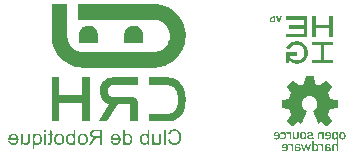
<source format=gbr>
%TF.GenerationSoftware,Altium Limited,Altium Designer,22.11.1 (43)*%
G04 Layer_Color=32896*
%FSLAX45Y45*%
%MOMM*%
%TF.SameCoordinates,F25CF00E-CD35-404E-9013-36C82019CF52*%
%TF.FilePolarity,Positive*%
%TF.FileFunction,Legend,Bot*%
%TF.Part,Single*%
G01*
G75*
G36*
X3285977Y1928025D02*
X3293582Y1926642D01*
X3302570Y1923876D01*
X3311558Y1920419D01*
X3321237Y1915580D01*
X3330225Y1909357D01*
X3330917Y1908666D01*
X3333682Y1905900D01*
X3337139Y1901752D01*
X3341288Y1896912D01*
X3346127Y1889998D01*
X3349584Y1882393D01*
X3352350Y1873405D01*
X3353041Y1863726D01*
Y1779376D01*
X3198170D01*
Y1863726D01*
Y1865108D01*
Y1868565D01*
X3199553Y1873405D01*
X3200936Y1879627D01*
X3203701Y1886541D01*
X3207850Y1894147D01*
X3213381Y1901752D01*
X3220986Y1909357D01*
X3221678Y1910049D01*
X3225135Y1912123D01*
X3229974Y1915580D01*
X3236197Y1919037D01*
X3243802Y1922493D01*
X3252790Y1925950D01*
X3263161Y1928025D01*
X3274914Y1928716D01*
X3280446D01*
X3285977Y1928025D01*
D02*
G37*
G36*
X2905022D02*
X2912627Y1926642D01*
X2920924Y1923876D01*
X2930603Y1920419D01*
X2939591Y1915580D01*
X2948579Y1909357D01*
X2949271Y1908666D01*
X2952036Y1905900D01*
X2955493Y1901752D01*
X2959642Y1896912D01*
X2963790Y1889998D01*
X2967247Y1882393D01*
X2970012Y1873405D01*
X2970704Y1863726D01*
Y1779376D01*
X2815833D01*
Y1863726D01*
Y1865108D01*
Y1868565D01*
X2817216Y1873405D01*
X2818598Y1879627D01*
X2821364Y1886541D01*
X2825512Y1894147D01*
X2831043Y1901752D01*
X2838649Y1909357D01*
X2839340Y1910049D01*
X2842797Y1912123D01*
X2847637Y1915580D01*
X2853859Y1919037D01*
X2862156Y1922493D01*
X2871835Y1925950D01*
X2882206Y1928025D01*
X2893960Y1928716D01*
X2899491D01*
X2905022Y1928025D01*
D02*
G37*
G36*
X3460898Y2111242D02*
X3466429Y2110551D01*
X3473343Y2109860D01*
X3480257Y2109168D01*
X3496159Y2106403D01*
X3514135Y2102946D01*
X3532111Y2097415D01*
X3550778Y2090501D01*
X3551470D01*
X3552852Y2089809D01*
X3555618Y2088427D01*
X3559075Y2086352D01*
X3563223Y2084278D01*
X3568754Y2081513D01*
X3580508Y2075290D01*
X3593644Y2066994D01*
X3608163Y2057314D01*
X3622683Y2045561D01*
X3637202Y2032424D01*
X3637893Y2031733D01*
X3638585Y2031041D01*
X3640659Y2028967D01*
X3643424Y2026202D01*
X3646190Y2022745D01*
X3649647Y2017905D01*
X3657943Y2008226D01*
X3667623Y1995089D01*
X3677302Y1980570D01*
X3686290Y1963977D01*
X3695278Y1946001D01*
Y1945309D01*
X3695970Y1943927D01*
X3697353Y1941161D01*
X3698735Y1937704D01*
X3700118Y1932864D01*
X3701501Y1928025D01*
X3703575Y1921802D01*
X3705649Y1914888D01*
X3709106Y1898986D01*
X3712563Y1881702D01*
X3715329Y1862343D01*
X3716020Y1841601D01*
Y1840910D01*
Y1838836D01*
Y1836070D01*
X3715329Y1831922D01*
Y1827082D01*
X3714637Y1821551D01*
X3713946Y1814637D01*
X3713254Y1807723D01*
X3711180Y1791130D01*
X3707032Y1773845D01*
X3702192Y1755178D01*
X3695278Y1736510D01*
Y1735819D01*
X3694587Y1734436D01*
X3693204Y1731670D01*
X3691130Y1728213D01*
X3689056Y1724065D01*
X3686290Y1719225D01*
X3680068Y1707472D01*
X3671771Y1694335D01*
X3661400Y1679816D01*
X3650338Y1665297D01*
X3637202Y1650778D01*
X3636510Y1650087D01*
X3635819Y1649395D01*
X3633745Y1647321D01*
X3630979Y1644556D01*
X3626831Y1641790D01*
X3622683Y1638333D01*
X3612312Y1630036D01*
X3599867Y1620357D01*
X3585348Y1610677D01*
X3568754Y1601689D01*
X3550778Y1592701D01*
X3550087D01*
X3548704Y1592010D01*
X3545939Y1590627D01*
X3542482Y1589244D01*
X3537642Y1587862D01*
X3532802Y1586479D01*
X3526580Y1584405D01*
X3519666Y1582331D01*
X3503764Y1578874D01*
X3486479Y1575417D01*
X3467120Y1572651D01*
X3446379Y1571960D01*
X2845563D01*
X2841414Y1572651D01*
X2836574D01*
X2831043Y1573343D01*
X2824129Y1574034D01*
X2817216Y1574725D01*
X2801314Y1576799D01*
X2783338Y1580948D01*
X2764670Y1585788D01*
X2746003Y1592701D01*
X2745311D01*
X2743928Y1593393D01*
X2741163Y1594776D01*
X2737706Y1596850D01*
X2733558Y1598924D01*
X2728718Y1601689D01*
X2716964Y1607912D01*
X2703828Y1616209D01*
X2690000Y1626579D01*
X2674790Y1637642D01*
X2660962Y1650778D01*
X2660271Y1651469D01*
X2659579Y1652161D01*
X2657505Y1654235D01*
X2654739Y1657000D01*
X2651282Y1660457D01*
X2647826Y1665297D01*
X2639529Y1674977D01*
X2629849Y1688113D01*
X2620170Y1702632D01*
X2611182Y1718534D01*
X2602194Y1736510D01*
Y1737202D01*
X2601503Y1738584D01*
X2600120Y1741350D01*
X2598737Y1744807D01*
X2597354Y1749646D01*
X2595280Y1755178D01*
X2593206Y1761400D01*
X2591132Y1768314D01*
X2587675Y1783524D01*
X2584218Y1801501D01*
X2581452Y1820859D01*
X2580761Y1841601D01*
Y2111934D01*
X2714199D01*
Y1841601D01*
Y1840910D01*
Y1838836D01*
Y1836070D01*
X2714890Y1831922D01*
X2715582Y1827082D01*
X2716273Y1821551D01*
X2719039Y1808414D01*
X2723878Y1793204D01*
X2727335Y1784907D01*
X2730792Y1776611D01*
X2735632Y1768314D01*
X2741163Y1760017D01*
X2747385Y1751721D01*
X2754299Y1744115D01*
X2754991Y1743424D01*
X2756373Y1742733D01*
X2758448Y1740658D01*
X2761213Y1737893D01*
X2765361Y1735127D01*
X2770201Y1731670D01*
X2775041Y1727522D01*
X2781263Y1724065D01*
X2795783Y1716460D01*
X2811684Y1710237D01*
X2821364Y1707472D01*
X2830352Y1706089D01*
X2840723Y1704706D01*
X2851094Y1704015D01*
X3451910D01*
X3456058Y1704706D01*
X3460898Y1705398D01*
X3466429Y1706089D01*
X3480257Y1708855D01*
X3495467Y1713694D01*
X3503764Y1717151D01*
X3511369Y1721300D01*
X3519666Y1725448D01*
X3527962Y1730979D01*
X3536259Y1737202D01*
X3543864Y1744115D01*
X3544556Y1744807D01*
X3545247Y1746190D01*
X3547321Y1748264D01*
X3550087Y1751721D01*
X3552852Y1755178D01*
X3556309Y1760017D01*
X3559766Y1765548D01*
X3563223Y1771771D01*
X3570829Y1785599D01*
X3577051Y1802192D01*
X3579817Y1811871D01*
X3581891Y1820859D01*
X3582582Y1831230D01*
X3583274Y1841601D01*
Y1842292D01*
Y1844367D01*
Y1847132D01*
X3582582Y1851281D01*
X3581891Y1856120D01*
X3581199Y1861651D01*
X3578434Y1875479D01*
X3573594Y1890690D01*
X3570137Y1898295D01*
X3566680Y1906592D01*
X3561840Y1914888D01*
X3557001Y1923185D01*
X3550778Y1930790D01*
X3543864Y1938395D01*
X3543173Y1939087D01*
X3541790Y1940470D01*
X3539716Y1941852D01*
X3536951Y1944618D01*
X3532802Y1947383D01*
X3527962Y1950840D01*
X3522431Y1954989D01*
X3516900Y1958446D01*
X3502381Y1966051D01*
X3485788Y1972273D01*
X3476800Y1975039D01*
X3467120Y1977113D01*
X3456750Y1977805D01*
X3446379Y1978496D01*
X2808919D01*
Y2111934D01*
X3456058D01*
X3460898Y2111242D01*
D02*
G37*
G36*
X2904330Y1116335D02*
X2839340D01*
Y1272589D01*
X2647134D01*
Y1116335D01*
X2580761D01*
Y1491067D01*
X2647134D01*
Y1338962D01*
X2839340D01*
Y1491067D01*
X2904330D01*
Y1116335D01*
D02*
G37*
G36*
X3561840Y1490376D02*
X3575668Y1488993D01*
X3588113Y1487610D01*
X3599175Y1485536D01*
X3607472Y1482771D01*
X3614386Y1481388D01*
X3618534Y1480005D01*
X3619226Y1479314D01*
X3619917D01*
X3630979Y1474474D01*
X3641350Y1468943D01*
X3650338Y1463412D01*
X3657943Y1457881D01*
X3664166Y1453041D01*
X3668314Y1448893D01*
X3671771Y1446127D01*
X3672463Y1444744D01*
X3680759Y1435756D01*
X3686982Y1425386D01*
X3693204Y1415706D01*
X3697353Y1406027D01*
X3700809Y1397730D01*
X3703575Y1391508D01*
X3704266Y1388742D01*
X3704958Y1386668D01*
X3705649Y1385976D01*
Y1385285D01*
X3709106Y1371457D01*
X3711872Y1357629D01*
X3713254Y1343802D01*
X3714637Y1331357D01*
X3715329Y1320295D01*
X3716020Y1315455D01*
Y1311306D01*
Y1308541D01*
Y1305775D01*
Y1304393D01*
Y1303701D01*
X3715329Y1286417D01*
X3714637Y1270515D01*
X3712563Y1256687D01*
X3710489Y1244242D01*
X3709106Y1234562D01*
X3707723Y1230414D01*
X3707032Y1226957D01*
X3706341Y1224192D01*
Y1222117D01*
X3705649Y1221426D01*
Y1220735D01*
X3701501Y1208290D01*
X3695970Y1197227D01*
X3690439Y1187548D01*
X3684908Y1179251D01*
X3680068Y1172338D01*
X3675919Y1167498D01*
X3673154Y1164732D01*
X3672463Y1163349D01*
X3664166Y1155053D01*
X3655178Y1148139D01*
X3646190Y1141916D01*
X3637893Y1137077D01*
X3630979Y1132928D01*
X3624757Y1130163D01*
X3621300Y1128780D01*
X3619917Y1128089D01*
X3607472Y1123940D01*
X3595027Y1121175D01*
X3583274Y1119101D01*
X3571520Y1117718D01*
X3561840Y1117026D01*
X3554235Y1116335D01*
X3402130D01*
Y1181326D01*
X3557001D01*
X3565989Y1182708D01*
X3574285Y1183400D01*
X3581199Y1184782D01*
X3586730Y1186165D01*
X3590879Y1186857D01*
X3593644Y1188239D01*
X3594336D01*
X3601250Y1191696D01*
X3607472Y1195153D01*
X3613003Y1198610D01*
X3617843Y1202067D01*
X3621300Y1205524D01*
X3624065Y1208290D01*
X3625448Y1209672D01*
X3626140Y1210364D01*
X3630288Y1215895D01*
X3634436Y1222117D01*
X3639967Y1234562D01*
X3642041Y1239402D01*
X3643424Y1244242D01*
X3644807Y1247007D01*
Y1247699D01*
X3646881Y1256687D01*
X3648264Y1266366D01*
X3649647Y1275354D01*
X3650338Y1284342D01*
Y1291948D01*
X3651030Y1298170D01*
Y1302318D01*
Y1303010D01*
Y1303701D01*
Y1315455D01*
X3650338Y1325826D01*
X3648955Y1335505D01*
X3647573Y1343110D01*
X3646881Y1350024D01*
X3645498Y1354864D01*
X3644807Y1357629D01*
Y1359012D01*
X3642041Y1367309D01*
X3639276Y1374914D01*
X3635819Y1381137D01*
X3633053Y1386668D01*
X3630288Y1391508D01*
X3628214Y1394273D01*
X3626831Y1396347D01*
X3626140Y1397039D01*
X3620608Y1401878D01*
X3615769Y1406718D01*
X3610238Y1410175D01*
X3604707Y1412941D01*
X3600558Y1415706D01*
X3597101Y1417089D01*
X3594336Y1418472D01*
X3593644D01*
X3586039Y1420546D01*
X3578434Y1422620D01*
X3570137Y1424003D01*
X3563223Y1424694D01*
X3557001Y1425386D01*
X3402130D01*
Y1491067D01*
X3547321D01*
X3561840Y1490376D01*
D02*
G37*
G36*
X3313632Y1425386D02*
X3107599D01*
X3097919Y1424694D01*
X3090314Y1424003D01*
X3087548Y1423311D01*
X3085474Y1422620D01*
X3084783Y1421929D01*
X3084091D01*
X3077177Y1418472D01*
X3072338Y1415015D01*
X3069572Y1412249D01*
X3068189Y1411558D01*
Y1410866D01*
X3064041Y1405335D01*
X3061276Y1400496D01*
X3059893Y1396347D01*
X3059201Y1395656D01*
Y1394964D01*
X3057819Y1388051D01*
X3056436Y1381828D01*
Y1379063D01*
Y1377680D01*
Y1376297D01*
Y1375606D01*
Y1372149D01*
Y1368692D01*
X3057127Y1366618D01*
Y1365926D01*
Y1362469D01*
X3057819Y1359012D01*
X3058510Y1356938D01*
X3059201Y1356247D01*
X3059893Y1353481D01*
X3061276Y1350716D01*
X3061967Y1348641D01*
X3062658Y1347950D01*
X3064041Y1345185D01*
X3066115Y1342419D01*
X3067498Y1340345D01*
X3068189Y1339653D01*
X3072338Y1335505D01*
X3074412Y1334122D01*
X3075103Y1333431D01*
X3078560Y1331357D01*
X3081326Y1329974D01*
X3083400Y1328591D01*
X3084091Y1327900D01*
X3087548Y1326517D01*
X3091697Y1325134D01*
X3093771Y1324443D01*
X3095154D01*
X3099302Y1323751D01*
X3254864D01*
X3265235Y1323060D01*
X3270075Y1322369D01*
X3273532D01*
X3276989Y1321677D01*
X3279063Y1320986D01*
X3280446Y1320295D01*
X3281137D01*
X3288742Y1317529D01*
X3294273Y1314072D01*
X3297730Y1310615D01*
X3299113Y1309924D01*
Y1309232D01*
X3303953Y1303701D01*
X3306718Y1298170D01*
X3308101Y1295405D01*
X3308792Y1293330D01*
X3309484Y1291948D01*
Y1291256D01*
X3311558Y1282268D01*
X3312249Y1273972D01*
X3312941Y1270515D01*
Y1267749D01*
Y1265675D01*
Y1264983D01*
Y1116335D01*
X3247950D01*
Y1251156D01*
X3247259Y1254613D01*
X3246568Y1256687D01*
X3245876Y1257378D01*
Y1258070D01*
X3243802Y1259452D01*
X3241036Y1260835D01*
X3140094D01*
X3054362Y1116335D01*
X2982457D01*
X3068881Y1265675D01*
X3061276Y1267749D01*
X3054362Y1270515D01*
X3050213Y1272589D01*
X3049522Y1273280D01*
X3048831D01*
X3042608Y1276737D01*
X3037768Y1280885D01*
X3034311Y1283651D01*
X3032929Y1284342D01*
X3027398Y1288491D01*
X3023249Y1292639D01*
X3020484Y1295405D01*
X3019101Y1296096D01*
X3014261Y1301627D01*
X3010804Y1305775D01*
X3008039Y1309232D01*
X3007347Y1310615D01*
X3004582Y1316146D01*
X3002508Y1321677D01*
X3000433Y1325134D01*
X2999742Y1325826D01*
Y1326517D01*
X2996976Y1332740D01*
X2995594Y1338271D01*
X2994211Y1342419D01*
Y1343110D01*
Y1343802D01*
X2992828Y1350024D01*
X2992137Y1355555D01*
X2991445Y1359704D01*
Y1360395D01*
Y1361086D01*
X2990754Y1367309D01*
X2990063Y1372840D01*
Y1376988D01*
Y1377680D01*
Y1378371D01*
Y1386668D01*
X2990754Y1393582D01*
Y1396347D01*
X2991445Y1398421D01*
Y1399804D01*
Y1400496D01*
X2992828Y1408101D01*
X2994902Y1415015D01*
X2995594Y1417780D01*
X2996285Y1419854D01*
X2996976Y1420546D01*
Y1421237D01*
X2999742Y1428842D01*
X3001816Y1435065D01*
X3004582Y1439213D01*
X3005273Y1439905D01*
Y1440596D01*
X3009421Y1446819D01*
X3013570Y1452350D01*
X3017027Y1455807D01*
X3017718Y1457189D01*
X3018410D01*
X3024632Y1462720D01*
X3030163Y1466869D01*
X3034311Y1469634D01*
X3035003Y1471017D01*
X3035694D01*
X3042608Y1475857D01*
X3049522Y1478622D01*
X3052288Y1480005D01*
X3054362Y1480697D01*
X3055744Y1481388D01*
X3056436D01*
X3064733Y1484845D01*
X3072338Y1486919D01*
X3075795Y1487610D01*
X3078560D01*
X3079943Y1488302D01*
X3080634D01*
X3091005Y1489685D01*
X3100685Y1491067D01*
X3313632D01*
Y1425386D01*
D02*
G37*
G36*
X4512302Y1954251D02*
X4500642D01*
X4482319Y2005056D01*
X4494534D01*
X4506194Y1969520D01*
X4518687Y2005056D01*
X4530625D01*
X4512302Y1954251D01*
D02*
G37*
G36*
X4472880D02*
X4454556D01*
X4450392Y1954528D01*
X4446783Y1955361D01*
X4443729Y1956472D01*
X4441231Y1957582D01*
X4439010Y1958693D01*
X4437622Y1959803D01*
X4436511Y1960636D01*
X4436233Y1960914D01*
X4434012Y1963690D01*
X4432347Y1966744D01*
X4430959Y1969798D01*
X4430126Y1972852D01*
X4429571Y1975350D01*
X4429293Y1977571D01*
Y1978959D01*
Y1979514D01*
X4429571Y1983679D01*
X4430403Y1987288D01*
X4431514Y1990619D01*
X4432624Y1993118D01*
X4434012Y1995339D01*
X4435123Y1996727D01*
X4435956Y1997838D01*
X4436233Y1998115D01*
X4439010Y2000336D01*
X4442064Y2002002D01*
X4445117Y2003390D01*
X4447894Y2004223D01*
X4450670Y2004778D01*
X4452613Y2005056D01*
X4472880D01*
Y1954251D01*
D02*
G37*
G36*
X4963160Y1827933D02*
X4933177D01*
Y1903724D01*
X4816576D01*
Y1827933D01*
X4786315D01*
Y2005056D01*
X4816576D01*
Y1932041D01*
X4933177D01*
Y2005056D01*
X4963160D01*
Y1827933D01*
D02*
G37*
G36*
X4746892D02*
X4570047D01*
Y1855695D01*
X4717465D01*
Y1902891D01*
X4587260D01*
Y1930098D01*
X4717465D01*
Y1976738D01*
X4570047D01*
Y2005056D01*
X4746892D01*
Y1827933D01*
D02*
G37*
G36*
X4661107Y1794896D02*
X4663328D01*
X4668048Y1794341D01*
X4673878Y1793508D01*
X4680263Y1792120D01*
X4686926Y1790454D01*
X4693589Y1787955D01*
X4693867D01*
X4694422Y1787678D01*
X4695255Y1787122D01*
X4696643Y1786567D01*
X4698031Y1785734D01*
X4699697Y1784901D01*
X4703861Y1782680D01*
X4708858Y1779627D01*
X4713855Y1776018D01*
X4719130Y1772131D01*
X4724127Y1767411D01*
Y1767134D01*
X4724683Y1766856D01*
X4725238Y1766023D01*
X4726348Y1765190D01*
X4728569Y1762414D01*
X4731346Y1758805D01*
X4734677Y1754085D01*
X4738009Y1748811D01*
X4741340Y1742981D01*
X4744394Y1736595D01*
Y1736318D01*
X4744671Y1735762D01*
X4744949Y1734929D01*
X4745504Y1733541D01*
X4746060Y1731876D01*
X4746615Y1729932D01*
X4747448Y1727711D01*
X4748003Y1725213D01*
X4749391Y1719660D01*
X4750502Y1713275D01*
X4751334Y1706334D01*
X4751612Y1698839D01*
Y1698561D01*
Y1698006D01*
Y1696895D01*
Y1695507D01*
X4751334Y1693841D01*
Y1691898D01*
X4750779Y1686901D01*
X4749946Y1681348D01*
X4748558Y1675241D01*
X4746892Y1668855D01*
X4744394Y1662193D01*
Y1661915D01*
X4744116Y1661360D01*
X4743561Y1660527D01*
X4743006Y1659416D01*
X4741340Y1656085D01*
X4739119Y1651920D01*
X4736343Y1647479D01*
X4733011Y1642481D01*
X4729125Y1637484D01*
X4724683Y1632487D01*
X4724405D01*
X4724127Y1631932D01*
X4722462Y1630544D01*
X4719686Y1628045D01*
X4716354Y1625269D01*
X4711912Y1622215D01*
X4706915Y1618883D01*
X4701085Y1615552D01*
X4694977Y1612498D01*
X4694700D01*
X4694144Y1612221D01*
X4693311Y1611943D01*
X4691923Y1611388D01*
X4690535Y1610832D01*
X4688592Y1610277D01*
X4684150Y1608889D01*
X4678875Y1607501D01*
X4672767Y1606390D01*
X4666104Y1605558D01*
X4658886Y1605280D01*
X4655277D01*
X4653611Y1605558D01*
X4651390Y1605835D01*
X4646671Y1606390D01*
X4640841Y1607223D01*
X4634733Y1608611D01*
X4628625Y1610555D01*
X4622795Y1613053D01*
X4622518D01*
X4621963Y1613331D01*
X4621407Y1613886D01*
X4620297Y1614442D01*
X4617243Y1616107D01*
X4613634Y1618328D01*
X4609470Y1621382D01*
X4604750Y1624714D01*
X4600308Y1628878D01*
X4595866Y1633320D01*
X4593090Y1611943D01*
X4570047D01*
Y1699116D01*
Y1700504D01*
Y1701892D01*
X4663051D01*
Y1673853D01*
X4598642D01*
Y1672187D01*
Y1671909D01*
X4598920Y1671354D01*
X4599475Y1670521D01*
X4600030Y1669133D01*
X4600586Y1667467D01*
X4601419Y1665802D01*
X4603917Y1661637D01*
X4606971Y1656918D01*
X4610580Y1652198D01*
X4615022Y1647479D01*
X4620297Y1643314D01*
X4620574D01*
X4620852Y1642759D01*
X4621685Y1642481D01*
X4623073Y1641648D01*
X4624461Y1641093D01*
X4626127Y1640260D01*
X4628348Y1639150D01*
X4630569Y1638317D01*
X4633345Y1637484D01*
X4636121Y1636374D01*
X4642784Y1634986D01*
X4650280Y1633875D01*
X4658886Y1633320D01*
X4661385D01*
X4663328Y1633597D01*
X4665549Y1633875D01*
X4668325Y1634430D01*
X4671379Y1634986D01*
X4674711Y1635818D01*
X4678042Y1636651D01*
X4681651Y1638039D01*
X4685538Y1639428D01*
X4689425Y1641371D01*
X4693034Y1643592D01*
X4696921Y1646090D01*
X4700530Y1649144D01*
X4704139Y1652476D01*
X4704416Y1652753D01*
X4704972Y1653309D01*
X4705804Y1654419D01*
X4706915Y1655807D01*
X4708303Y1657751D01*
X4709969Y1659972D01*
X4711634Y1662470D01*
X4713300Y1665524D01*
X4714966Y1668578D01*
X4716632Y1672187D01*
X4718297Y1676074D01*
X4719686Y1680238D01*
X4720796Y1684402D01*
X4721629Y1689122D01*
X4722184Y1693841D01*
X4722462Y1698839D01*
Y1699116D01*
Y1700227D01*
Y1701615D01*
X4722184Y1703558D01*
X4721906Y1706057D01*
X4721351Y1709111D01*
X4720796Y1712164D01*
X4719963Y1715774D01*
X4719130Y1719660D01*
X4717742Y1723547D01*
X4716354Y1727434D01*
X4714411Y1731598D01*
X4712190Y1735762D01*
X4709691Y1739927D01*
X4706637Y1743813D01*
X4703306Y1747700D01*
X4703028Y1747978D01*
X4702473Y1748533D01*
X4701362Y1749643D01*
X4699974Y1750754D01*
X4698031Y1752420D01*
X4695810Y1754085D01*
X4693034Y1755751D01*
X4690258Y1757694D01*
X4686926Y1759638D01*
X4683317Y1761304D01*
X4679430Y1762969D01*
X4675266Y1764635D01*
X4670824Y1765746D01*
X4666104Y1766856D01*
X4661385Y1767411D01*
X4656110Y1767689D01*
X4653889D01*
X4652501Y1767411D01*
X4650558D01*
X4648337Y1767134D01*
X4643339Y1766301D01*
X4637509Y1765190D01*
X4631124Y1763247D01*
X4625016Y1760748D01*
X4618909Y1757139D01*
X4618631D01*
X4618353Y1756584D01*
X4617521Y1756029D01*
X4616410Y1755196D01*
X4613634Y1752975D01*
X4610025Y1749643D01*
X4606138Y1745479D01*
X4602251Y1740482D01*
X4598365Y1734374D01*
X4594756Y1727711D01*
X4568104Y1740204D01*
Y1740482D01*
X4568659Y1741315D01*
X4569492Y1742703D01*
X4570325Y1744646D01*
X4571713Y1746867D01*
X4573101Y1749366D01*
X4575044Y1752142D01*
X4576988Y1755196D01*
X4581985Y1761859D01*
X4588093Y1768799D01*
X4595033Y1775185D01*
X4598920Y1778239D01*
X4603084Y1781015D01*
X4603362Y1781292D01*
X4604195Y1781570D01*
X4605305Y1782403D01*
X4606971Y1783236D01*
X4609192Y1784346D01*
X4611691Y1785457D01*
X4614744Y1786845D01*
X4618076Y1788233D01*
X4621963Y1789343D01*
X4625849Y1790731D01*
X4630291Y1791842D01*
X4635011Y1792952D01*
X4645005Y1794618D01*
X4650558Y1794896D01*
X4656110Y1795173D01*
X4659442D01*
X4661107Y1794896D01*
D02*
G37*
G36*
X4963160Y1760471D02*
X4889868D01*
Y1639983D01*
X4963160D01*
Y1611943D01*
X4786315D01*
Y1639983D01*
X4859885D01*
Y1760471D01*
X4786315D01*
Y1788511D01*
X4963160D01*
Y1760471D01*
D02*
G37*
G36*
X4797517Y1502870D02*
X4797961Y1502426D01*
X4798850Y1501537D01*
Y1501093D01*
Y1500649D01*
X4809956Y1440676D01*
Y1440231D01*
Y1439787D01*
X4810400Y1438899D01*
X4810845Y1438454D01*
X4811733Y1437122D01*
X4812177Y1436677D01*
X4812622D01*
X4853492Y1420684D01*
X4853936D01*
X4854381Y1420240D01*
X4854825Y1419796D01*
X4855269D01*
X4856158Y1420240D01*
X4856602D01*
X4857046Y1420684D01*
X4857490Y1421129D01*
X4908134Y1454891D01*
X4909023Y1455780D01*
X4911244D01*
X4911688Y1455336D01*
X4912133Y1454891D01*
X4954336Y1412688D01*
Y1411800D01*
X4954780Y1411355D01*
X4955225Y1410911D01*
Y1410467D01*
X4954780Y1410023D01*
Y1409578D01*
X4954336Y1409134D01*
Y1408690D01*
X4920573Y1359379D01*
Y1358490D01*
Y1358046D01*
X4920129Y1357157D01*
Y1356713D01*
Y1355825D01*
X4920573Y1355380D01*
Y1354936D01*
Y1354492D01*
X4938343Y1313177D01*
X4939232Y1311400D01*
X4939676Y1310956D01*
X4941009Y1310511D01*
X4941897D01*
X5000093Y1299405D01*
X5001870Y1298961D01*
X5002315Y1298517D01*
X5002759Y1297184D01*
Y1296740D01*
Y1296296D01*
Y1236767D01*
X5002315Y1234990D01*
Y1234101D01*
X5000982Y1233657D01*
X5000093D01*
X4943230Y1222551D01*
X4941897Y1222107D01*
X4941453Y1221662D01*
X4940564Y1220774D01*
X4940120Y1220330D01*
Y1219885D01*
X4921906Y1175905D01*
Y1175461D01*
Y1175016D01*
Y1174572D01*
Y1172795D01*
Y1172351D01*
X4922350Y1171907D01*
X4922795Y1171462D01*
X4954336Y1123928D01*
Y1123484D01*
X4954780Y1123040D01*
X4955225Y1122595D01*
Y1122151D01*
X4954780Y1121707D01*
Y1121263D01*
X4954336Y1120818D01*
X4912133Y1078171D01*
X4911244Y1077727D01*
Y1077282D01*
X4910356Y1076838D01*
X4909467D01*
X4908579Y1077282D01*
X4908134Y1077727D01*
X4861933Y1109712D01*
Y1108824D01*
X4861489Y1109712D01*
X4861044D01*
X4860156Y1110157D01*
X4858823D01*
Y1109712D01*
X4857490D01*
X4837055Y1098162D01*
X4835722Y1098606D01*
X4835278D01*
X4834390Y1099050D01*
X4833945Y1099495D01*
X4792186Y1201227D01*
X4791742Y1202115D01*
Y1202560D01*
Y1203004D01*
X4792630Y1203892D01*
X4793075Y1204337D01*
X4793519D01*
X4798406Y1208335D01*
X4799294Y1208779D01*
X4799738D01*
X4800627Y1209668D01*
X4801071Y1210112D01*
X4801515D01*
Y1210556D01*
X4806402Y1214110D01*
X4810400Y1217220D01*
X4813066Y1219885D01*
X4813510Y1220330D01*
X4813954Y1220774D01*
X4817953Y1225660D01*
X4820618Y1230103D01*
X4821951Y1231880D01*
X4822839Y1233213D01*
X4823283Y1234101D01*
Y1233657D01*
X4825949Y1238988D01*
X4827726Y1243875D01*
X4828614Y1245652D01*
X4829059Y1247429D01*
X4829503Y1248317D01*
Y1248761D01*
X4830836Y1254981D01*
X4831724Y1260756D01*
X4832168Y1262977D01*
Y1264754D01*
Y1266087D01*
Y1266531D01*
Y1266975D01*
Y1267420D01*
X4831724Y1272306D01*
X4831280Y1276749D01*
X4830391Y1281191D01*
X4829503Y1284745D01*
X4828614Y1287855D01*
X4827726Y1290520D01*
X4826837Y1291853D01*
Y1292297D01*
X4822395Y1300738D01*
X4820174Y1304292D01*
X4817508Y1307402D01*
X4815731Y1309623D01*
X4813954Y1311400D01*
X4813066Y1312733D01*
X4812622Y1313177D01*
X4805514Y1318952D01*
X4798850Y1323839D01*
X4796184Y1325172D01*
X4793963Y1326504D01*
X4792630Y1326949D01*
X4792186Y1327393D01*
X4787744Y1329170D01*
X4783301Y1330503D01*
X4778859Y1331391D01*
X4774861Y1332280D01*
X4771751D01*
X4769085Y1332724D01*
X4766420D01*
Y1332280D01*
X4765976Y1331835D01*
X4761089D01*
X4756202Y1330947D01*
X4746873Y1328726D01*
X4738877Y1325616D01*
X4732213Y1322506D01*
X4726882Y1318952D01*
X4722884Y1315842D01*
X4720218Y1313621D01*
X4719330Y1313177D01*
Y1312733D01*
X4715776Y1309179D01*
X4712666Y1305181D01*
X4708224Y1297628D01*
X4704670Y1289632D01*
X4702004Y1282524D01*
X4700672Y1276305D01*
X4700227Y1270974D01*
X4699783Y1269197D01*
Y1267864D01*
Y1266975D01*
Y1266531D01*
Y1265643D01*
Y1265198D01*
X4700227Y1258979D01*
X4700672Y1253648D01*
X4701116Y1251427D01*
X4701560Y1249650D01*
X4702004Y1248761D01*
Y1248317D01*
X4703781Y1242986D01*
X4705558Y1238544D01*
X4706447Y1236767D01*
X4706891Y1235434D01*
X4707780Y1234990D01*
Y1234545D01*
Y1233657D01*
X4711333Y1228770D01*
X4714443Y1224772D01*
X4715776Y1222995D01*
X4717109Y1221662D01*
X4717553Y1221218D01*
X4717997Y1220774D01*
X4721995Y1216776D01*
X4725994Y1213222D01*
X4728659Y1211000D01*
X4729548Y1210556D01*
X4729992Y1210112D01*
X4731325Y1209223D01*
X4731769Y1208779D01*
X4733102Y1208335D01*
X4733546D01*
X4738432Y1204337D01*
X4739765Y1203448D01*
X4740209Y1203004D01*
X4739765Y1201671D01*
Y1201227D01*
X4697562Y1099495D01*
X4696673Y1099050D01*
X4696229Y1098606D01*
X4694896Y1098162D01*
X4694452D01*
X4674017Y1109712D01*
X4673128D01*
X4672684Y1110157D01*
X4671351D01*
X4670907Y1109712D01*
X4670019Y1109268D01*
X4669574Y1108824D01*
X4623373Y1077727D01*
X4622929Y1076838D01*
X4621596D01*
X4620707Y1077282D01*
X4620263Y1077727D01*
X4619819D01*
X4577171Y1119930D01*
X4576727Y1121707D01*
Y1122151D01*
Y1123484D01*
X4577171Y1123928D01*
X4609157Y1171462D01*
X4609601Y1171907D01*
Y1172351D01*
Y1173684D01*
Y1174572D01*
Y1175461D01*
Y1175905D01*
X4592276Y1219885D01*
X4590943Y1221218D01*
X4590499Y1221662D01*
X4589166Y1222551D01*
X4588277D01*
X4531414Y1233657D01*
X4530081Y1234101D01*
X4529637D01*
X4529193Y1235434D01*
Y1236322D01*
Y1236767D01*
Y1296296D01*
Y1296740D01*
Y1298073D01*
X4529637Y1298517D01*
X4530525Y1299405D01*
X4531414D01*
X4589610Y1310511D01*
X4591387Y1310956D01*
X4591831D01*
X4593164Y1312288D01*
X4593608Y1313177D01*
X4610934Y1354936D01*
X4611378Y1355380D01*
Y1356269D01*
Y1356713D01*
Y1357602D01*
Y1358046D01*
X4610934Y1358934D01*
Y1359379D01*
X4577171Y1408690D01*
X4576727Y1409578D01*
X4576283D01*
X4575838Y1410023D01*
Y1410467D01*
Y1411355D01*
X4576283Y1411800D01*
X4576727Y1412688D01*
X4577171D01*
X4619819Y1454891D01*
X4620263Y1455780D01*
X4623373D01*
X4674017Y1421129D01*
X4674905Y1420684D01*
X4675350Y1420240D01*
X4676238Y1419796D01*
X4676682D01*
X4677127Y1420240D01*
X4677571D01*
X4678015Y1420684D01*
X4678459D01*
X4718886Y1436677D01*
X4720663Y1438010D01*
X4721107Y1438454D01*
X4721551Y1439787D01*
Y1440676D01*
X4732657Y1500649D01*
X4733102Y1501982D01*
X4733546Y1502426D01*
X4734879Y1503314D01*
X4795740D01*
X4797517Y1502870D01*
D02*
G37*
G36*
X4775749Y1028415D02*
X4778415Y1027971D01*
X4780192Y1027527D01*
X4781080Y1027083D01*
X4784190Y1026194D01*
X4786411Y1024861D01*
X4788188Y1023973D01*
X4789077Y1023529D01*
X4790854Y1021307D01*
X4792186Y1019530D01*
X4793075Y1017753D01*
X4793519Y1017309D01*
X4794407Y1014644D01*
X4794852Y1012422D01*
X4795296Y1010645D01*
Y1009757D01*
Y1009313D01*
Y1008868D01*
Y1008424D01*
X4794852Y1005759D01*
X4794407Y1003537D01*
X4793963Y1001761D01*
Y1001316D01*
X4792630Y999095D01*
X4791298Y997318D01*
X4790409Y996430D01*
X4789965Y995985D01*
X4788188Y994208D01*
X4786411Y992876D01*
X4784634Y991987D01*
X4784190Y991543D01*
X4781524Y990654D01*
X4779303Y990210D01*
X4777526Y989766D01*
X4765976D01*
X4763310Y989322D01*
X4761533Y988877D01*
X4760201Y988433D01*
X4759756Y987989D01*
X4758424Y986656D01*
X4757979Y985323D01*
X4757535Y983991D01*
Y983546D01*
Y982214D01*
X4757979Y980881D01*
X4758424Y979992D01*
X4758868Y979548D01*
X4760645Y978215D01*
X4761089Y977771D01*
X4760645D01*
X4763755Y975994D01*
X4764643Y975550D01*
X4765087D01*
X4767753Y975106D01*
X4770862D01*
X4774861Y975550D01*
X4778415Y976438D01*
X4780636Y976883D01*
X4781080Y977327D01*
X4781524D01*
X4785078Y979104D01*
X4787744Y981325D01*
X4789521Y983102D01*
X4789965Y983991D01*
X4798850Y975106D01*
X4794852Y971552D01*
X4790854Y968886D01*
X4789521Y967998D01*
X4788188Y967109D01*
X4787300Y966665D01*
X4786855D01*
X4781524Y965332D01*
X4776193Y964444D01*
X4774416Y964000D01*
X4771307D01*
X4767308Y964444D01*
X4764199Y964888D01*
X4761978Y965332D01*
X4761089D01*
X4757535Y966665D01*
X4754870Y967554D01*
X4753093Y968442D01*
X4752648Y968886D01*
X4750427Y970663D01*
X4748650Y972440D01*
X4747762Y973773D01*
X4747317Y974217D01*
X4745985Y977327D01*
X4745540Y979548D01*
X4745096Y981325D01*
Y982214D01*
Y982658D01*
Y983102D01*
Y983546D01*
Y983991D01*
Y986656D01*
X4745540Y988877D01*
X4745985Y990210D01*
X4746429Y990654D01*
X4747317Y992876D01*
X4748650Y994653D01*
X4749094Y995985D01*
X4749539Y996430D01*
X4751316Y998207D01*
X4753537Y999539D01*
X4757979Y1001316D01*
X4760201Y1001761D01*
X4761978Y1002205D01*
X4773972D01*
X4776638Y1002649D01*
X4778859Y1003093D01*
X4779747Y1003982D01*
X4780192D01*
X4781080Y1005314D01*
X4781524Y1007091D01*
X4781969Y1008424D01*
Y1008868D01*
X4781524Y1011534D01*
X4780636Y1013311D01*
X4780192Y1014199D01*
X4779747Y1014644D01*
X4777082Y1015532D01*
X4774416Y1016421D01*
X4771307D01*
X4768197Y1015976D01*
X4765531Y1015532D01*
X4763755Y1015088D01*
X4762866Y1014644D01*
X4759756Y1013311D01*
X4757091Y1011978D01*
X4755314Y1011090D01*
X4754425Y1010645D01*
X4746657Y1019708D01*
X4746429Y1019530D01*
Y1019975D01*
X4746657Y1019708D01*
X4750427Y1022640D01*
X4753981Y1024417D01*
X4756647Y1025750D01*
X4757091Y1026194D01*
X4757535D01*
X4762422Y1027971D01*
X4766420Y1028415D01*
X4768197Y1028860D01*
X4772639D01*
X4775749Y1028415D01*
D02*
G37*
G36*
X5048516D02*
X5051626Y1027971D01*
X5053847Y1027083D01*
X5054291Y1026638D01*
X5054736D01*
X5058290Y1024861D01*
X5060955Y1023084D01*
X5062732Y1021307D01*
X5063176Y1020863D01*
X5064509Y1019086D01*
X5065398Y1017309D01*
X5065842Y1016421D01*
X5066286Y1015976D01*
X5068063Y1012422D01*
X5068507Y1011090D01*
X5068063Y1011534D01*
X5068952Y1009313D01*
X5069396Y1007091D01*
X5069840Y1005314D01*
Y1004870D01*
Y1002205D01*
Y1000428D01*
Y998651D01*
Y998207D01*
Y997318D01*
Y996874D01*
Y996430D01*
Y995541D01*
Y995097D01*
Y994208D01*
Y993764D01*
Y991543D01*
Y989322D01*
Y987545D01*
Y987100D01*
X5069396Y984879D01*
Y982658D01*
X5068952Y981325D01*
Y980881D01*
X5068063D01*
X5067619Y979104D01*
X5067175Y977327D01*
X5066286Y976438D01*
Y975994D01*
X5064065Y973329D01*
X5063621Y972440D01*
X5063176Y971996D01*
X5060511Y969331D01*
X5057401Y967554D01*
X5055624Y966221D01*
X5054736Y965777D01*
X5051182Y964444D01*
X5047628Y964000D01*
X5045406Y963555D01*
X5043185D01*
X5039187Y964000D01*
X5036077Y964888D01*
X5033856Y965332D01*
X5032968Y965777D01*
X5029414Y967998D01*
X5026748Y969775D01*
X5024971Y971552D01*
X5024527Y971996D01*
X5022306Y974662D01*
X5021417Y975550D01*
Y975994D01*
X5019640Y979104D01*
X5018752Y980437D01*
Y980881D01*
X5019640D01*
X5018752Y983102D01*
X5018307Y985323D01*
X5017863Y986656D01*
Y987100D01*
X5017419Y989766D01*
Y991987D01*
Y993320D01*
Y993764D01*
Y994653D01*
Y995097D01*
Y995985D01*
Y996430D01*
Y996874D01*
Y997762D01*
Y998207D01*
Y1000428D01*
Y1002649D01*
X5017863Y1004426D01*
Y1004870D01*
X5018307Y1007091D01*
Y1009313D01*
X5018752Y1010201D01*
Y1010645D01*
X5019640Y1011534D01*
X5020529Y1014644D01*
X5020973Y1015532D01*
X5021417Y1015976D01*
X5023638Y1019086D01*
X5024083Y1020419D01*
X5024527Y1020863D01*
X5027192Y1023084D01*
X5029858Y1025306D01*
X5032079Y1026194D01*
X5032523Y1026638D01*
X5032968D01*
X5036522Y1027971D01*
X5039631Y1028415D01*
X5042297Y1028860D01*
X5044518D01*
X5048516Y1028415D01*
D02*
G37*
G36*
X4674461Y985768D02*
Y985323D01*
Y984879D01*
Y984435D01*
X4674017Y981325D01*
X4673573Y978660D01*
X4673128Y976883D01*
X4672684Y976438D01*
X4671351Y973773D01*
X4669574Y971996D01*
X4668242Y970219D01*
X4667797Y969775D01*
X4665576Y967998D01*
X4663799Y966665D01*
X4662022Y965777D01*
X4661578Y965332D01*
X4658468Y964444D01*
X4656247Y964000D01*
X4653581D01*
X4653137Y963555D01*
X4652249D01*
X4649139Y964000D01*
X4646474Y964444D01*
X4644697Y964888D01*
X4643808Y965332D01*
X4641143Y967109D01*
X4638921Y968886D01*
X4637589Y970219D01*
X4637144Y970663D01*
X4636700D01*
Y964000D01*
X4623817D01*
Y1027527D01*
X4636700D01*
Y990210D01*
Y989766D01*
Y989322D01*
Y988877D01*
X4637144Y985768D01*
X4637589Y984879D01*
Y984435D01*
X4638921Y981325D01*
X4639366Y980437D01*
X4639810Y979992D01*
X4642475Y978215D01*
X4643808Y977327D01*
X4644252D01*
X4647362Y976438D01*
X4649139D01*
X4652249Y976883D01*
X4653581Y977327D01*
X4654026D01*
X4655803Y978215D01*
X4656691Y979104D01*
X4657580Y979548D01*
Y979992D01*
X4658912Y981769D01*
X4659801Y983102D01*
X4660689Y983991D01*
Y984435D01*
X4661578Y987545D01*
Y988433D01*
Y988877D01*
Y989766D01*
Y990210D01*
Y1027527D01*
X4674461D01*
Y985768D01*
D02*
G37*
G36*
X4544741Y1028415D02*
X4548295Y1027971D01*
X4550961Y1027083D01*
X4551405Y1026638D01*
X4551849D01*
X4555403Y1024861D01*
X4558069Y1022640D01*
X4559846Y1020863D01*
X4560290Y1019975D01*
X4562955Y1016865D01*
X4564732Y1012867D01*
X4566509Y1008868D01*
X4567398Y1004870D01*
X4567842Y1001316D01*
X4568286Y998651D01*
Y996874D01*
Y995985D01*
X4567842Y990210D01*
X4566954Y985323D01*
X4565621Y980881D01*
X4564288Y977771D01*
X4562955Y975106D01*
X4561623Y972885D01*
X4560734Y971996D01*
X4560290Y971552D01*
X4557624Y968886D01*
X4554515Y967109D01*
X4552738Y965777D01*
X4551849Y965332D01*
X4547851Y964444D01*
X4543853Y964000D01*
X4541187Y963555D01*
X4540299D01*
X4539855Y964000D01*
X4534968Y964444D01*
X4530525Y965332D01*
X4527860Y966221D01*
X4527416Y966665D01*
X4526971D01*
X4522973Y969331D01*
X4519863Y971996D01*
X4517642Y973773D01*
X4517198Y974662D01*
X4526527Y983546D01*
Y982658D01*
X4528304Y980437D01*
X4529637Y979104D01*
X4531414Y978215D01*
X4531858Y977771D01*
X4534524Y976883D01*
X4536745Y976438D01*
X4538522Y975994D01*
X4538966D01*
X4542076Y976438D01*
X4544741Y976883D01*
X4548739Y979104D01*
X4551849Y982214D01*
X4553626Y986212D01*
X4554959Y989766D01*
X4555403Y992876D01*
X4555847Y995097D01*
Y995985D01*
Y999539D01*
X4554959Y1002649D01*
X4553182Y1007536D01*
X4550516Y1011090D01*
X4547407Y1013311D01*
X4544297Y1015088D01*
X4541632Y1015532D01*
X4539855Y1015976D01*
X4538966D01*
X4536301Y1015532D01*
X4534079Y1015088D01*
X4532302Y1014199D01*
X4531858Y1013755D01*
X4529637Y1012422D01*
X4527860Y1010645D01*
X4526971Y1009313D01*
X4526527Y1008868D01*
X4517198Y1017753D01*
X4520752Y1021307D01*
X4524750Y1023973D01*
X4528304Y1026194D01*
X4531858Y1027527D01*
X4534968Y1028415D01*
X4537633Y1028860D01*
X4540299D01*
X4544741Y1028415D01*
D02*
G37*
G36*
X4925460Y1027971D02*
X4928570Y1027527D01*
X4930791Y1026638D01*
X4931235Y1026194D01*
X4931679D01*
X4935233Y1024417D01*
X4937899Y1022196D01*
X4939676Y1020863D01*
X4940120Y1019975D01*
X4942786Y1016865D01*
X4944563Y1013311D01*
X4945895Y1009313D01*
X4946784Y1005314D01*
X4947228Y1001761D01*
X4947672Y998651D01*
Y996874D01*
Y995985D01*
X4947228Y989766D01*
X4946340Y984435D01*
X4945007Y979992D01*
X4943674Y976438D01*
X4942341Y973773D01*
X4941009Y971996D01*
X4940120Y971108D01*
X4939676Y970663D01*
X4936566Y968442D01*
X4933901Y966665D01*
X4931679Y965777D01*
X4930791Y965332D01*
X4927237Y964444D01*
X4923683Y964000D01*
X4921018Y963555D01*
X4918352D01*
X4913910Y964000D01*
X4909911Y964888D01*
X4907246Y965777D01*
X4906802Y966221D01*
X4906357D01*
X4902359Y968442D01*
X4899250Y970663D01*
X4897028Y972440D01*
X4896584Y973329D01*
X4905913Y981325D01*
X4907690Y979992D01*
X4909467Y978660D01*
X4911244Y977771D01*
X4911688Y977327D01*
X4914354Y976438D01*
X4917019Y975550D01*
X4918796Y975106D01*
X4920129D01*
X4922350Y975550D01*
X4924572Y975994D01*
X4925904Y976438D01*
X4926349D01*
X4928126Y977327D01*
X4929458Y978660D01*
X4930347Y979104D01*
X4930791Y979548D01*
X4933012Y982658D01*
X4933456Y983546D01*
X4933901Y983991D01*
X4934789Y986212D01*
X4935233Y988433D01*
Y989766D01*
Y990210D01*
Y990654D01*
X4895251D01*
Y1001316D01*
Y1001761D01*
Y1002205D01*
X4895696Y1006203D01*
X4896584Y1009757D01*
X4897917Y1012867D01*
X4899250Y1015532D01*
X4900582Y1017753D01*
X4901915Y1019530D01*
X4902804Y1020419D01*
X4903248Y1020863D01*
X4906357Y1023529D01*
X4909467Y1025306D01*
X4912133Y1026638D01*
X4915242Y1027527D01*
X4917464Y1027971D01*
X4919685Y1028415D01*
X4921462D01*
X4925460Y1027971D01*
D02*
G37*
G36*
X4492320D02*
X4495430Y1027527D01*
X4497651Y1026638D01*
X4498095Y1026194D01*
X4498540D01*
X4501649Y1024417D01*
X4503871Y1022196D01*
X4505648Y1020863D01*
X4506092Y1019975D01*
X4508757Y1016865D01*
X4510534Y1013311D01*
X4511867Y1009313D01*
X4512756Y1005314D01*
X4513200Y1001761D01*
X4513644Y998651D01*
Y996874D01*
Y995985D01*
X4513200Y989766D01*
X4512311Y984435D01*
X4510979Y979992D01*
X4509202Y976438D01*
X4507869Y973773D01*
X4506536Y971996D01*
X4505648Y971108D01*
X4505203Y970663D01*
X4502538Y968442D01*
X4499428Y966665D01*
X4497651Y965777D01*
X4496763Y965332D01*
X4492764Y964444D01*
X4489210Y964000D01*
X4486989Y963555D01*
X4484768D01*
X4479881Y964000D01*
X4475883Y964888D01*
X4473218Y965777D01*
X4472773Y966221D01*
X4472329D01*
X4468331Y968442D01*
X4465665Y970663D01*
X4463444Y972440D01*
X4463000Y973329D01*
X4472329Y981325D01*
X4474106Y979548D01*
X4475883Y978215D01*
X4477660Y977327D01*
X4478104Y976883D01*
X4480770Y975994D01*
X4482991Y975550D01*
X4484768Y975106D01*
X4486545D01*
X4488766Y975550D01*
X4490543Y975994D01*
X4491876Y976438D01*
X4492320D01*
X4495430Y978660D01*
X4496318Y979104D01*
X4496763Y979548D01*
X4498095Y980881D01*
X4498984Y982658D01*
X4499872Y983546D01*
Y983991D01*
X4500317Y986212D01*
X4500761Y988433D01*
Y989766D01*
Y990210D01*
Y990654D01*
X4461667D01*
Y1001316D01*
Y1001761D01*
Y1002205D01*
Y1002649D01*
X4462111Y1006203D01*
X4462556Y1009313D01*
X4463444Y1011090D01*
X4463888Y1011978D01*
X4465665Y1015532D01*
X4467442Y1018198D01*
X4468775Y1019975D01*
X4469219Y1020863D01*
X4471885Y1023084D01*
X4474550Y1024861D01*
X4476772Y1025750D01*
X4477216Y1026194D01*
X4477660D01*
X4480770Y1027527D01*
X4483880Y1027971D01*
X4486101Y1028415D01*
X4488322D01*
X4492320Y1027971D01*
D02*
G37*
G36*
X4858823Y1028415D02*
X4861933Y1027971D01*
X4863710Y1027083D01*
X4864598Y1026638D01*
X4867708Y1024861D01*
X4869485Y1023084D01*
X4870818Y1021752D01*
X4871262Y1021307D01*
Y1027527D01*
X4884589D01*
Y964000D01*
X4871262D01*
Y1002205D01*
Y1002649D01*
Y1004426D01*
X4870818Y1006203D01*
X4870374Y1007091D01*
Y1007536D01*
X4869485Y1009313D01*
X4868597Y1010645D01*
X4868152Y1011534D01*
X4867708Y1011978D01*
X4865487Y1014199D01*
X4864598Y1014644D01*
X4864154D01*
X4862377Y1015532D01*
X4860600Y1015976D01*
X4857046D01*
X4855713Y1015532D01*
X4854381Y1015088D01*
X4853936Y1014644D01*
X4852159Y1013755D01*
X4850827Y1012867D01*
X4849938Y1012422D01*
X4849494Y1011978D01*
X4847717Y1009313D01*
X4847273Y1007980D01*
Y1007536D01*
X4846384Y1004426D01*
Y1003093D01*
Y1002649D01*
Y1002205D01*
Y964000D01*
X4833945D01*
Y1006647D01*
Y1007091D01*
Y1007536D01*
X4834390Y1010645D01*
X4834834Y1013311D01*
X4835278Y1015088D01*
X4835722Y1015532D01*
X4837055Y1018198D01*
X4838388Y1020419D01*
X4839721Y1022196D01*
X4840165Y1022640D01*
X4842386Y1024417D01*
X4845052Y1025750D01*
X4846384Y1026638D01*
X4847273Y1027083D01*
X4849938Y1027971D01*
X4852159Y1028860D01*
X4855713D01*
X4858823Y1028415D01*
D02*
G37*
G36*
X4715332D02*
X4718886Y1027971D01*
X4721107Y1027083D01*
X4721551Y1026638D01*
X4721995D01*
X4725549Y1024861D01*
X4728215Y1023084D01*
X4729992Y1021307D01*
X4730880Y1020863D01*
X4732213Y1019086D01*
X4733102Y1017309D01*
X4733546Y1016421D01*
X4733990Y1015976D01*
X4735323Y1012422D01*
X4735767Y1011090D01*
Y1011534D01*
X4736655Y1009313D01*
X4737100Y1007091D01*
X4737544Y1005314D01*
Y1004870D01*
Y1002205D01*
Y1000428D01*
Y998651D01*
Y998207D01*
Y997318D01*
Y996874D01*
Y996430D01*
Y995541D01*
Y995097D01*
Y994208D01*
Y993764D01*
Y991543D01*
Y989322D01*
Y987545D01*
Y987100D01*
X4737100Y984879D01*
X4736655Y982658D01*
X4735767Y981325D01*
Y980881D01*
X4735323Y979104D01*
X4734879Y977327D01*
X4733990Y976438D01*
Y975994D01*
X4731769Y973329D01*
X4731325Y972440D01*
X4730880Y971996D01*
X4727771Y969775D01*
X4725105Y967998D01*
X4722884Y966665D01*
X4721995Y966221D01*
X4718441Y964888D01*
X4714887Y964444D01*
X4712222Y964000D01*
X4711333D01*
X4707335Y964444D01*
X4704226Y965332D01*
X4702004Y965777D01*
X4701116Y966221D01*
X4697562Y967998D01*
X4694452Y969775D01*
X4692675Y971552D01*
X4692231Y971996D01*
X4690898Y973329D01*
X4690010Y974662D01*
X4689121Y975550D01*
Y975994D01*
X4687344Y979104D01*
X4686456Y980437D01*
Y980881D01*
X4686011Y983102D01*
Y985323D01*
X4685567Y986656D01*
Y987100D01*
X4685123Y989766D01*
Y992431D01*
Y994208D01*
Y994653D01*
Y995097D01*
Y995985D01*
Y996430D01*
Y996874D01*
Y997762D01*
Y1000428D01*
Y1002649D01*
X4685567Y1004426D01*
Y1004870D01*
X4686011Y1007091D01*
Y1009313D01*
X4686456Y1010201D01*
Y1010645D01*
Y1011534D01*
X4688233Y1014644D01*
X4688677Y1015532D01*
X4689121Y1015976D01*
X4690010Y1017753D01*
X4690898Y1019086D01*
X4691787Y1020419D01*
X4692231Y1020863D01*
X4694896Y1023084D01*
X4698006Y1025306D01*
X4700227Y1026194D01*
X4700672Y1026638D01*
X4701116D01*
X4704670Y1027971D01*
X4708224Y1028415D01*
X4710445Y1028860D01*
X4711333D01*
X4715332Y1028415D01*
D02*
G37*
G36*
X4584279D02*
X4587389Y1027971D01*
X4589166Y1027083D01*
X4590054Y1026638D01*
X4592720Y1024861D01*
X4594941Y1023084D01*
X4596718Y1021752D01*
X4597162Y1021307D01*
Y1027527D01*
X4609601D01*
Y964444D01*
X4597162Y964000D01*
Y1002205D01*
Y1002649D01*
Y1003093D01*
Y1003537D01*
X4596718Y1006647D01*
X4596274Y1007536D01*
Y1007980D01*
X4595385Y1009757D01*
X4594497Y1011090D01*
X4594053Y1011534D01*
X4593608Y1011978D01*
X4590499Y1014199D01*
X4589610Y1014644D01*
X4589166D01*
X4587389Y1015532D01*
X4586056Y1015976D01*
X4582946D01*
X4581614Y1015532D01*
X4580725Y1015088D01*
X4580281Y1014644D01*
X4577615Y1013311D01*
X4577171Y1012867D01*
X4576727D01*
X4566954Y1023973D01*
X4569175Y1025306D01*
X4571396Y1026194D01*
X4572729Y1027083D01*
X4573617D01*
X4576283Y1027971D01*
X4578504Y1028860D01*
X4580725D01*
X4584279Y1028415D01*
D02*
G37*
G36*
X4981435D02*
X4984545Y1027971D01*
X4986322Y1027083D01*
X4987210Y1026638D01*
X4989876Y1024861D01*
X4992097Y1023084D01*
X4993874Y1021752D01*
X4994318Y1021307D01*
Y1027527D01*
X5006757D01*
Y864488D01*
X4994318D01*
Y901805D01*
Y902694D01*
Y903138D01*
X4993874Y906248D01*
X4993430Y907136D01*
Y907580D01*
X4992541Y909357D01*
X4991653Y910690D01*
X4991208Y911134D01*
X4990764Y911579D01*
X4988099Y913800D01*
X4987210Y914688D01*
X4986766D01*
X4984989Y915577D01*
X4983656Y916021D01*
X4979658D01*
X4977881Y915577D01*
X4976993Y915133D01*
X4976548Y914688D01*
X4973883Y912467D01*
X4972994Y912023D01*
X4972550Y911579D01*
Y912023D01*
X4970329Y909357D01*
X4969885Y908025D01*
Y907580D01*
X4968996Y904471D01*
Y903582D01*
Y903138D01*
Y902694D01*
Y902249D01*
Y901805D01*
Y864488D01*
X4956557D01*
Y905803D01*
Y906692D01*
Y907136D01*
X4957002Y910246D01*
X4957446Y912911D01*
X4957890Y914688D01*
X4958334Y915577D01*
X4959667Y918242D01*
X4961000Y920463D01*
X4962332Y921796D01*
X4962777Y922240D01*
X4964998Y924462D01*
X4967663Y925794D01*
X4968996Y926239D01*
X4969885Y926683D01*
X4972550Y927571D01*
X4974771Y928460D01*
X4978325D01*
X4981435Y928016D01*
X4984545Y927571D01*
X4986322Y926683D01*
X4987210Y926239D01*
X4989876Y924462D01*
X4992097Y922685D01*
X4993874Y921352D01*
X4994318Y920908D01*
Y970663D01*
X4991208Y968442D01*
X4988099Y966665D01*
X4985433Y965332D01*
X4982768Y964444D01*
X4980547Y964000D01*
X4978770Y963555D01*
X4976993D01*
X4973439Y964000D01*
X4970329Y964444D01*
X4968552Y964888D01*
X4967663Y965332D01*
X4964554Y967109D01*
X4962332Y969331D01*
X4961000Y971108D01*
X4960555Y971552D01*
X4959223Y974217D01*
X4958778Y975106D01*
Y975550D01*
X4957446Y978215D01*
X4957002Y979104D01*
Y979548D01*
X4957446D01*
X4957002Y981769D01*
Y983991D01*
Y985768D01*
Y986212D01*
X4956557Y988877D01*
Y991099D01*
Y992876D01*
Y993320D01*
Y993764D01*
Y994208D01*
Y995541D01*
Y995985D01*
Y996430D01*
Y996874D01*
Y997762D01*
Y998207D01*
Y1000872D01*
Y1003093D01*
X4957002Y1004870D01*
Y1005314D01*
Y1007980D01*
Y1010201D01*
Y1011534D01*
Y1011978D01*
X4957446D01*
Y1013755D01*
X4957890Y1015088D01*
X4958334Y1015976D01*
X4958778Y1016421D01*
X4960111Y1019086D01*
X4960555Y1019530D01*
Y1019975D01*
X4962777Y1022640D01*
X4964998Y1024417D01*
X4966775Y1025750D01*
X4967663Y1026194D01*
X4970773Y1027971D01*
X4973883Y1028415D01*
X4976104Y1028860D01*
X4978325D01*
X4981435Y1028415D01*
D02*
G37*
G36*
X4927681Y928016D02*
X4932124Y927127D01*
X4935678Y925350D01*
X4938787Y924017D01*
X4941009Y922240D01*
X4942341Y920463D01*
X4943230Y919575D01*
X4943674Y919131D01*
X4933901Y911579D01*
X4932568Y912911D01*
X4931235Y914244D01*
X4930347Y914688D01*
X4929903Y915133D01*
X4927237Y916021D01*
X4924572Y916465D01*
X4921906D01*
X4917464Y916021D01*
X4914354Y915577D01*
X4912577Y915133D01*
X4912133Y914688D01*
X4910356Y912467D01*
X4909911Y912023D01*
Y911579D01*
X4909023Y909357D01*
Y908913D01*
Y908469D01*
Y908025D01*
Y907580D01*
Y901805D01*
X4930791D01*
X4933456Y901361D01*
X4935233Y900917D01*
X4935678Y900472D01*
X4937899Y899140D01*
X4940120Y897807D01*
X4941453Y896918D01*
X4941897Y896474D01*
X4943674Y894253D01*
X4945007Y892476D01*
X4945451Y891143D01*
X4945895Y890699D01*
X4946340Y888034D01*
X4947228Y885812D01*
X4947672Y884035D01*
Y883147D01*
Y882703D01*
X4947228Y879593D01*
X4946784Y876927D01*
X4946340Y875150D01*
X4945895Y874706D01*
X4944118Y872485D01*
X4942786Y870708D01*
X4941897Y869819D01*
X4941453Y869375D01*
X4939232Y868042D01*
X4937010Y866710D01*
X4935233Y865821D01*
X4934789Y865377D01*
X4931679Y864488D01*
X4929014Y864044D01*
X4927237Y863600D01*
X4925016D01*
X4921018Y864044D01*
X4917908Y864488D01*
X4914798Y865821D01*
X4913021Y867154D01*
X4911244Y868042D01*
X4910356Y869375D01*
X4909467Y869819D01*
Y870264D01*
X4909023D01*
Y864488D01*
X4896584D01*
Y907136D01*
X4897028Y910690D01*
X4897917Y914244D01*
X4898805Y916910D01*
X4900582Y919575D01*
X4905025Y923129D01*
X4909467Y925794D01*
X4914354Y927571D01*
X4918796Y928016D01*
X4920573Y928460D01*
X4922795D01*
X4927681Y928016D01*
D02*
G37*
G36*
X4671351D02*
X4675794Y927127D01*
X4679348Y925350D01*
X4682457Y924017D01*
X4684679Y922240D01*
X4686456Y920463D01*
X4687344Y919575D01*
X4687788Y919131D01*
X4677571Y911579D01*
X4676238Y912911D01*
X4674461Y914244D01*
X4670019Y915577D01*
X4668242Y916021D01*
X4660689D01*
X4659801Y915577D01*
X4659357D01*
X4656691Y914688D01*
X4655803Y914244D01*
X4655358Y913800D01*
X4654470Y913356D01*
X4653581Y912467D01*
X4653137Y912023D01*
Y911579D01*
X4652249Y909357D01*
Y908913D01*
Y908469D01*
Y908025D01*
Y907580D01*
Y901805D01*
X4674017D01*
X4676682Y901361D01*
X4678459Y900917D01*
X4678904D01*
X4681125Y899584D01*
X4683346Y898251D01*
X4684679Y897363D01*
X4685123Y896918D01*
X4686900Y894697D01*
X4688233Y892920D01*
X4689121Y891587D01*
X4689565Y891143D01*
X4690454Y888478D01*
X4690898Y886257D01*
Y884480D01*
Y883591D01*
Y883147D01*
Y882703D01*
X4690454Y880037D01*
X4690010Y877816D01*
X4689565Y876039D01*
Y875595D01*
X4688233Y872929D01*
X4686456Y871152D01*
X4685123Y869819D01*
X4684679Y869375D01*
X4682457Y867598D01*
X4679792Y866265D01*
X4674461Y864488D01*
X4671796Y864044D01*
X4670019Y863600D01*
X4668242D01*
X4664243Y864044D01*
X4660689Y864488D01*
X4658024Y865821D01*
X4655803Y867154D01*
X4654470Y868042D01*
X4653137Y869375D01*
X4652249Y869819D01*
Y864488D01*
X4639810D01*
Y907136D01*
X4640254Y910690D01*
X4641143Y914244D01*
X4642031Y916910D01*
X4643808Y919575D01*
X4648251Y923129D01*
X4652693Y925794D01*
X4657580Y927571D01*
X4662022Y928016D01*
X4663799Y928460D01*
X4666020D01*
X4671351Y928016D01*
D02*
G37*
G36*
X4761533Y864488D02*
X4749983D01*
X4737100Y908469D01*
X4736655D01*
X4723328Y864488D01*
X4712222D01*
X4691342Y927571D01*
X4705114D01*
X4717553Y883591D01*
X4732213Y927571D01*
X4741542D01*
X4755758Y883591D01*
X4768197Y927571D01*
X4781524D01*
X4761533Y864488D01*
D02*
G37*
G36*
X4560734Y928016D02*
X4563844Y927571D01*
X4566065Y926683D01*
X4566509Y926239D01*
X4566954D01*
X4570063Y924462D01*
X4572284Y922240D01*
X4574061Y920908D01*
X4574506Y920019D01*
X4577171Y916910D01*
X4579392Y912911D01*
X4580725Y908913D01*
X4582058Y904915D01*
X4582502Y901361D01*
X4582946Y898251D01*
Y896474D01*
Y895586D01*
X4582502Y889366D01*
X4581614Y884480D01*
X4580281Y880037D01*
X4578504Y876483D01*
X4576727Y873818D01*
X4575394Y872041D01*
X4574506Y871152D01*
X4574061Y870708D01*
X4570952Y868487D01*
X4568286Y867154D01*
X4566065Y866265D01*
X4565177Y865821D01*
X4561623Y864488D01*
X4558513Y864044D01*
X4556292Y863600D01*
X4553626D01*
X4548739Y864044D01*
X4544741Y865377D01*
X4542076Y866265D01*
X4541632Y866710D01*
X4541187D01*
X4537189Y868931D01*
X4534079Y871152D01*
X4532302Y872929D01*
X4531414Y873818D01*
X4540743Y881814D01*
X4542964Y880037D01*
X4544741Y878260D01*
X4546518Y877816D01*
X4546962Y877372D01*
X4549184Y876483D01*
X4551849Y876039D01*
X4553182Y875595D01*
X4557624D01*
X4559401Y876039D01*
X4560734Y876483D01*
X4561178D01*
X4562511Y877372D01*
X4563844Y878260D01*
X4564732Y879149D01*
X4565177Y879593D01*
X4566954Y881370D01*
X4567842Y883147D01*
X4568731Y884480D01*
Y884924D01*
X4569175Y886701D01*
X4569619Y888478D01*
Y889811D01*
Y890255D01*
Y890699D01*
Y891143D01*
X4530081D01*
Y901805D01*
Y902249D01*
Y902694D01*
X4530525Y906248D01*
X4530970Y909357D01*
X4531858Y911134D01*
X4532302Y912023D01*
X4534079Y915577D01*
X4535412Y918242D01*
X4537189Y920019D01*
X4537633Y920908D01*
X4540299Y923129D01*
X4542964Y924906D01*
X4544741Y925794D01*
X4545185Y926239D01*
X4545630D01*
X4549184Y927571D01*
X4552293Y928016D01*
X4554959Y928460D01*
X4556736D01*
X4560734Y928016D01*
D02*
G37*
G36*
X4857046D02*
X4859712Y927571D01*
X4861489Y926683D01*
X4862377Y926239D01*
X4865043Y924462D01*
X4867264Y923129D01*
X4869041Y921352D01*
X4869485Y920908D01*
Y927127D01*
X4881924D01*
Y864488D01*
X4869485D01*
Y902694D01*
Y903138D01*
Y904915D01*
X4869041Y906692D01*
X4868597Y907580D01*
Y908025D01*
X4866820Y910690D01*
X4866375Y911579D01*
X4865931Y912023D01*
X4863266Y914244D01*
X4862377Y914688D01*
X4861933D01*
X4860156Y915577D01*
X4858823Y916021D01*
X4855269D01*
X4853936Y915577D01*
X4853048Y915133D01*
X4852604Y914688D01*
X4849938Y913356D01*
X4849494Y912911D01*
X4849050D01*
X4839721Y923573D01*
X4841498Y924906D01*
X4843719Y926239D01*
X4845052Y926683D01*
X4845940Y927127D01*
X4848605Y928016D01*
X4850827Y928460D01*
X4853492D01*
X4857046Y928016D01*
D02*
G37*
G36*
X4600272D02*
X4602937Y927571D01*
X4604714Y926683D01*
X4605603Y926239D01*
X4608268Y924462D01*
X4610490Y923129D01*
X4612267Y921352D01*
X4612711Y920908D01*
Y927127D01*
X4626038D01*
Y864488D01*
X4612711D01*
Y902694D01*
Y903138D01*
Y904915D01*
X4612267Y906692D01*
X4611822Y907580D01*
Y908025D01*
X4610490Y910690D01*
X4609601Y911579D01*
Y912023D01*
X4606936Y914244D01*
X4606047Y914688D01*
X4605603D01*
X4603826Y915577D01*
X4602493Y916021D01*
X4600272D01*
X4598495Y915577D01*
X4597162Y914688D01*
X4596274Y914244D01*
X4595830D01*
X4593164Y913356D01*
X4592720Y912911D01*
X4592276D01*
X4582946Y923573D01*
X4584723Y924906D01*
X4586945Y926239D01*
X4588277Y926683D01*
X4589166Y927127D01*
X4591831Y928016D01*
X4594053Y928460D01*
X4596718D01*
X4600272Y928016D01*
D02*
G37*
G36*
X4801515Y920908D02*
X4803737Y923129D01*
X4806402Y924906D01*
X4807735Y925794D01*
X4808623Y926239D01*
X4811733Y927571D01*
X4814399Y928016D01*
X4816620Y928460D01*
X4818397D01*
X4821951Y928016D01*
X4825060Y927571D01*
X4826837Y926683D01*
X4827726Y926239D01*
X4830836Y924462D01*
X4832613Y922240D01*
X4833945Y920908D01*
X4834390Y920019D01*
X4836167Y917354D01*
X4836611Y916465D01*
Y916021D01*
X4837499Y912911D01*
Y912023D01*
X4837944Y909802D01*
X4838388Y907580D01*
X4838832Y906248D01*
Y905803D01*
Y903582D01*
Y900917D01*
Y899584D01*
Y898695D01*
Y898251D01*
Y897807D01*
Y896918D01*
Y896474D01*
Y895586D01*
Y895141D01*
Y894253D01*
Y893809D01*
Y891143D01*
Y888922D01*
Y887145D01*
Y886701D01*
X4838388Y884035D01*
X4837944Y882258D01*
X4837499Y880481D01*
Y880037D01*
X4836167Y875595D01*
X4833945Y871596D01*
X4832168Y869375D01*
X4831280Y868931D01*
Y868487D01*
X4829059Y866710D01*
X4826837Y865821D01*
X4822839Y864044D01*
X4821062D01*
X4819730Y863600D01*
X4817064D01*
X4813510Y864044D01*
X4810845Y864933D01*
X4809068Y865377D01*
X4808623Y865821D01*
X4805958Y867154D01*
X4803737Y868931D01*
X4801960Y870264D01*
X4801515Y870708D01*
Y864488D01*
X4788188D01*
Y953338D01*
X4801515D01*
Y920908D01*
D02*
G37*
G36*
X2534514Y1029538D02*
X2518843D01*
Y1047428D01*
X2534514D01*
Y1029538D01*
D02*
G37*
G36*
X3409471Y919423D02*
X3394910D01*
Y930934D01*
X3393107Y928576D01*
X3391165Y926496D01*
X3389085Y924693D01*
X3387005Y923029D01*
X3384786Y921781D01*
X3382705Y920671D01*
X3380625Y919700D01*
X3378545Y919007D01*
X3376742Y918452D01*
X3374939Y918036D01*
X3373275Y917759D01*
X3371888Y917620D01*
X3370779Y917482D01*
X3369947Y917343D01*
X3369253D01*
X3366202Y917482D01*
X3363290Y917898D01*
X3360516Y918591D01*
X3357881Y919423D01*
X3355385Y920394D01*
X3353027Y921365D01*
X3350947Y922613D01*
X3348867Y923861D01*
X3347202Y924970D01*
X3345538Y926219D01*
X3344151Y927189D01*
X3343042Y928299D01*
X3342210Y928992D01*
X3341516Y929686D01*
X3341100Y930102D01*
X3340962Y930240D01*
X3338881Y932875D01*
X3337078Y935510D01*
X3335414Y938423D01*
X3334027Y941474D01*
X3332918Y944525D01*
X3331947Y947715D01*
X3331115Y950627D01*
X3330560Y953539D01*
X3330006Y956313D01*
X3329728Y958948D01*
X3329451Y961167D01*
X3329173Y963247D01*
Y964911D01*
X3329035Y966021D01*
Y966853D01*
Y967130D01*
X3329173Y970875D01*
X3329451Y974342D01*
X3330006Y977532D01*
X3330422Y980305D01*
X3330699Y981554D01*
X3330976Y982663D01*
X3331254Y983634D01*
X3331531Y984466D01*
X3331670Y985159D01*
X3331808Y985575D01*
X3331947Y985853D01*
Y985991D01*
X3333057Y989181D01*
X3334305Y992094D01*
X3335553Y994729D01*
X3336801Y996947D01*
X3338049Y998612D01*
X3338881Y999999D01*
X3339436Y1000831D01*
X3339713Y1001108D01*
X3341655Y1003327D01*
X3343735Y1005268D01*
X3345816Y1006933D01*
X3347757Y1008320D01*
X3349560Y1009429D01*
X3350947Y1010122D01*
X3351502Y1010400D01*
X3351918Y1010677D01*
X3352056Y1010816D01*
X3352195D01*
X3355107Y1011925D01*
X3357881Y1012757D01*
X3360655Y1013451D01*
X3363151Y1013867D01*
X3365231Y1014144D01*
X3366202D01*
X3366895Y1014283D01*
X3368421D01*
X3371195Y1014144D01*
X3373968Y1013728D01*
X3376465Y1013173D01*
X3378961Y1012341D01*
X3381180Y1011371D01*
X3383260Y1010400D01*
X3385202Y1009152D01*
X3386866Y1008042D01*
X3388530Y1006933D01*
X3389917Y1005823D01*
X3391026Y1004714D01*
X3391997Y1003743D01*
X3392829Y1002911D01*
X3393384Y1002356D01*
X3393661Y1001940D01*
X3393800Y1001801D01*
Y1047428D01*
X3409471D01*
Y919423D01*
D02*
G37*
G36*
X2783313Y919423D02*
X2768751D01*
Y930934D01*
X2766948Y928576D01*
X2765007Y926496D01*
X2762927Y924693D01*
X2760846Y923029D01*
X2758627Y921780D01*
X2756547Y920671D01*
X2754467Y919700D01*
X2752387Y919007D01*
X2750584Y918452D01*
X2748781Y918036D01*
X2747117Y917759D01*
X2745730Y917620D01*
X2744620Y917481D01*
X2743788Y917343D01*
X2743095D01*
X2740044Y917481D01*
X2737131Y917897D01*
X2734358Y918591D01*
X2731723Y919423D01*
X2729226Y920394D01*
X2726869Y921364D01*
X2724789Y922613D01*
X2722708Y923861D01*
X2721044Y924970D01*
X2719380Y926218D01*
X2717993Y927189D01*
X2716884Y928299D01*
X2716051Y928992D01*
X2715358Y929685D01*
X2714942Y930102D01*
X2714803Y930240D01*
X2712723Y932875D01*
X2710920Y935510D01*
X2709256Y938423D01*
X2707869Y941474D01*
X2706760Y944525D01*
X2705789Y947714D01*
X2704957Y950627D01*
X2704402Y953539D01*
X2703847Y956313D01*
X2703570Y958948D01*
X2703293Y961167D01*
X2703015Y963247D01*
Y964911D01*
X2702876Y966021D01*
Y966853D01*
Y967130D01*
X2703015Y970875D01*
X2703293Y974342D01*
X2703847Y977531D01*
X2704263Y980305D01*
X2704541Y981553D01*
X2704818Y982663D01*
X2705095Y983634D01*
X2705373Y984466D01*
X2705511Y985159D01*
X2705650Y985575D01*
X2705789Y985852D01*
Y985991D01*
X2706898Y989181D01*
X2708146Y992093D01*
X2709395Y994728D01*
X2710643Y996947D01*
X2711891Y998611D01*
X2712723Y999998D01*
X2713278Y1000830D01*
X2713555Y1001108D01*
X2715497Y1003327D01*
X2717577Y1005268D01*
X2719657Y1006932D01*
X2721599Y1008319D01*
X2723402Y1009429D01*
X2724789Y1010122D01*
X2725343Y1010400D01*
X2725759Y1010677D01*
X2725898Y1010816D01*
X2726037D01*
X2728949Y1011925D01*
X2731723Y1012757D01*
X2734496Y1013451D01*
X2736993Y1013867D01*
X2739073Y1014144D01*
X2740044D01*
X2740737Y1014283D01*
X2742263D01*
X2745036Y1014144D01*
X2747810Y1013728D01*
X2750306Y1013173D01*
X2752803Y1012341D01*
X2755022Y1011370D01*
X2757102Y1010400D01*
X2759044Y1009151D01*
X2760708Y1008042D01*
X2762372Y1006932D01*
X2763759Y1005823D01*
X2764868Y1004714D01*
X2765839Y1003743D01*
X2766671Y1002911D01*
X2767226Y1002356D01*
X2767503Y1001940D01*
X2767642Y1001801D01*
Y1047428D01*
X2783313D01*
Y919423D01*
D02*
G37*
G36*
X2465588Y1014005D02*
X2469333Y1013312D01*
X2472800Y1012480D01*
X2475851Y1011370D01*
X2477099Y1010816D01*
X2478347Y1010261D01*
X2479318Y1009845D01*
X2480150Y1009429D01*
X2480843Y1009013D01*
X2481398Y1008735D01*
X2481676Y1008597D01*
X2481814Y1008458D01*
X2485004Y1006100D01*
X2487916Y1003465D01*
X2490274Y1000692D01*
X2492215Y997918D01*
X2493741Y995560D01*
X2494434Y994451D01*
X2494850Y993480D01*
X2495267Y992787D01*
X2495544Y992232D01*
X2495821Y991816D01*
Y991677D01*
X2497347Y987378D01*
X2498595Y983079D01*
X2499427Y978918D01*
X2499982Y975035D01*
X2500120Y973232D01*
X2500259Y971568D01*
X2500398Y970181D01*
Y968933D01*
X2500537Y967962D01*
Y967269D01*
Y966714D01*
Y966575D01*
X2500398Y962415D01*
X2499982Y958393D01*
X2499427Y954787D01*
X2498734Y951320D01*
X2497763Y948130D01*
X2496792Y945079D01*
X2495683Y942444D01*
X2494573Y939948D01*
X2493602Y937729D01*
X2492493Y935926D01*
X2491522Y934262D01*
X2490551Y932875D01*
X2489858Y931904D01*
X2489303Y931072D01*
X2488887Y930656D01*
X2488748Y930518D01*
X2486391Y928160D01*
X2484033Y926218D01*
X2481676Y924415D01*
X2479179Y922890D01*
X2476822Y921642D01*
X2474464Y920532D01*
X2472106Y919700D01*
X2470026Y919007D01*
X2467946Y918452D01*
X2466004Y918036D01*
X2464340Y917759D01*
X2462953Y917620D01*
X2461844Y917481D01*
X2460873Y917343D01*
X2460179D01*
X2457406Y917481D01*
X2454909Y917897D01*
X2452552Y918452D01*
X2450472Y919007D01*
X2448807Y919562D01*
X2447421Y920116D01*
X2446588Y920532D01*
X2446450Y920671D01*
X2446311D01*
X2443953Y922058D01*
X2441873Y923445D01*
X2440070Y924970D01*
X2438545Y926218D01*
X2437435Y927467D01*
X2436603Y928437D01*
X2436048Y928992D01*
X2435910Y929269D01*
Y883920D01*
X2420238D01*
Y1012202D01*
X2434384D01*
Y999721D01*
X2436326Y1002356D01*
X2438406Y1004575D01*
X2440625Y1006516D01*
X2442844Y1008181D01*
X2445063Y1009567D01*
X2447421Y1010677D01*
X2449639Y1011648D01*
X2451720Y1012480D01*
X2453800Y1013035D01*
X2455603Y1013451D01*
X2457267Y1013867D01*
X2458654Y1014005D01*
X2459902Y1014144D01*
X2460734Y1014283D01*
X2461566D01*
X2465588Y1014005D01*
D02*
G37*
G36*
X2581667Y1035085D02*
Y1012202D01*
X2593316D01*
Y999998D01*
X2581667D01*
Y946466D01*
Y943970D01*
X2581528Y941612D01*
Y939532D01*
X2581389Y937590D01*
X2581251Y935926D01*
X2581112Y934401D01*
X2580973Y933014D01*
X2580696Y931904D01*
X2580557Y930934D01*
X2580419Y930102D01*
X2580280Y929408D01*
X2580141Y928853D01*
X2580002Y928160D01*
X2579864Y927883D01*
X2579032Y926357D01*
X2578061Y924970D01*
X2576951Y923722D01*
X2575842Y922751D01*
X2574732Y921919D01*
X2573900Y921364D01*
X2573346Y920948D01*
X2573207Y920810D01*
X2571265Y919978D01*
X2569185Y919284D01*
X2566966Y918868D01*
X2564747Y918452D01*
X2562806Y918313D01*
X2561280Y918175D01*
X2559893D01*
X2555733Y918452D01*
X2553791Y918591D01*
X2551988Y918868D01*
X2550324Y919145D01*
X2549076Y919284D01*
X2548244Y919562D01*
X2547966D01*
X2550047Y933430D01*
X2551572Y933291D01*
X2552959Y933153D01*
X2554207Y933014D01*
X2555178D01*
X2556010Y932875D01*
X2558368D01*
X2559477Y933014D01*
X2560309Y933291D01*
X2561141Y933430D01*
X2561696Y933707D01*
X2562112Y933846D01*
X2562390Y933985D01*
X2562528D01*
X2563638Y934955D01*
X2564470Y935926D01*
X2565025Y936758D01*
X2565163Y936897D01*
Y937036D01*
X2565441Y938007D01*
X2565579Y939255D01*
X2565857Y940642D01*
Y942028D01*
X2565995Y943415D01*
Y944525D01*
Y945357D01*
Y945495D01*
Y945634D01*
Y999998D01*
X2550047D01*
Y1012202D01*
X2565995D01*
Y1044516D01*
X2581667Y1035085D01*
D02*
G37*
G36*
X3623322Y1049509D02*
X3626373Y1049370D01*
X3632059Y1048399D01*
X3634833Y1047844D01*
X3637329Y1047151D01*
X3639826Y1046458D01*
X3642045Y1045764D01*
X3643986Y1045071D01*
X3645789Y1044377D01*
X3647453Y1043684D01*
X3648701Y1043129D01*
X3649811Y1042574D01*
X3650504Y1042158D01*
X3651059Y1042020D01*
X3651198Y1041881D01*
X3653694Y1040356D01*
X3656190Y1038691D01*
X3658409Y1036888D01*
X3660490Y1035086D01*
X3662431Y1033144D01*
X3664234Y1031341D01*
X3665759Y1029400D01*
X3667285Y1027735D01*
X3668533Y1025932D01*
X3669643Y1024407D01*
X3670613Y1023020D01*
X3671446Y1021772D01*
X3672000Y1020662D01*
X3672416Y1019969D01*
X3672694Y1019414D01*
X3672832Y1019276D01*
X3674219Y1016502D01*
X3675329Y1013451D01*
X3676299Y1010538D01*
X3677270Y1007626D01*
X3678657Y1001663D01*
X3679073Y998889D01*
X3679489Y996254D01*
X3679767Y993758D01*
X3680044Y991539D01*
X3680183Y989459D01*
X3680321Y987656D01*
X3680460Y986269D01*
Y985159D01*
Y984605D01*
Y984327D01*
X3680321Y980999D01*
X3680183Y977670D01*
X3679351Y971291D01*
X3678934Y968240D01*
X3678380Y965466D01*
X3677686Y962831D01*
X3677132Y960335D01*
X3676438Y958116D01*
X3675883Y956036D01*
X3675329Y954371D01*
X3674774Y952846D01*
X3674358Y951736D01*
X3674081Y950766D01*
X3673942Y950211D01*
X3673803Y950072D01*
X3672416Y947160D01*
X3671029Y944386D01*
X3669504Y941890D01*
X3667840Y939532D01*
X3666176Y937313D01*
X3664650Y935372D01*
X3662986Y933569D01*
X3661460Y931905D01*
X3659935Y930379D01*
X3658548Y929131D01*
X3657300Y928160D01*
X3656190Y927189D01*
X3655358Y926496D01*
X3654665Y926080D01*
X3654249Y925803D01*
X3654110Y925664D01*
X3651614Y924138D01*
X3648979Y922890D01*
X3646205Y921781D01*
X3643293Y920810D01*
X3640519Y920117D01*
X3637745Y919423D01*
X3634972Y918868D01*
X3632337Y918452D01*
X3629840Y918036D01*
X3627621Y917759D01*
X3625541Y917620D01*
X3623877Y917482D01*
X3622351Y917343D01*
X3620410D01*
X3616665Y917482D01*
X3613198Y917759D01*
X3609870Y918314D01*
X3606680Y919007D01*
X3603629Y919839D01*
X3600855Y920810D01*
X3598359Y921781D01*
X3596001Y922752D01*
X3593782Y923722D01*
X3591980Y924693D01*
X3590315Y925664D01*
X3589067Y926496D01*
X3587958Y927189D01*
X3587264Y927744D01*
X3586710Y928022D01*
X3586571Y928160D01*
X3584075Y930379D01*
X3581717Y932737D01*
X3579637Y935233D01*
X3577695Y937729D01*
X3575892Y940364D01*
X3574367Y943138D01*
X3572980Y945634D01*
X3571732Y948269D01*
X3570622Y950627D01*
X3569790Y952846D01*
X3568958Y954926D01*
X3568403Y956590D01*
X3567849Y958116D01*
X3567571Y959087D01*
X3567294Y959780D01*
Y960058D01*
X3584213Y964357D01*
X3584907Y961444D01*
X3585878Y958671D01*
X3586848Y956036D01*
X3587819Y953678D01*
X3588929Y951459D01*
X3590038Y949518D01*
X3591148Y947715D01*
X3592257Y946050D01*
X3593366Y944664D01*
X3594337Y943415D01*
X3595308Y942306D01*
X3596001Y941474D01*
X3596695Y940780D01*
X3597250Y940364D01*
X3597527Y940087D01*
X3597666Y939948D01*
X3599607Y938561D01*
X3601549Y937313D01*
X3603490Y936204D01*
X3605571Y935233D01*
X3607651Y934401D01*
X3609592Y933708D01*
X3613476Y932737D01*
X3615140Y932459D01*
X3616804Y932182D01*
X3618191Y932043D01*
X3619439Y931905D01*
X3620410Y931766D01*
X3621797D01*
X3624016Y931905D01*
X3626096Y932043D01*
X3630118Y932737D01*
X3633862Y933708D01*
X3637052Y934817D01*
X3638439Y935372D01*
X3639687Y935788D01*
X3640796Y936343D01*
X3641767Y936759D01*
X3642599Y937175D01*
X3643154Y937452D01*
X3643431Y937729D01*
X3643570D01*
X3645373Y938978D01*
X3647037Y940226D01*
X3650088Y943138D01*
X3652585Y946050D01*
X3654665Y949101D01*
X3656190Y951736D01*
X3656884Y952846D01*
X3657438Y953955D01*
X3657716Y954788D01*
X3657993Y955342D01*
X3658271Y955758D01*
Y955897D01*
X3659796Y960612D01*
X3661044Y965466D01*
X3661876Y970320D01*
X3662154Y972539D01*
X3662431Y974758D01*
X3662570Y976838D01*
X3662708Y978641D01*
X3662847Y980305D01*
Y981692D01*
X3662986Y982940D01*
Y983772D01*
Y984327D01*
Y984466D01*
X3662847Y989181D01*
X3662431Y993619D01*
X3661738Y997780D01*
X3661460Y999721D01*
X3661044Y1001524D01*
X3660628Y1003050D01*
X3660351Y1004575D01*
X3659935Y1005823D01*
X3659657Y1006933D01*
X3659519Y1007765D01*
X3659241Y1008458D01*
X3659103Y1008874D01*
Y1009013D01*
X3657300Y1013312D01*
X3655220Y1017057D01*
X3653001Y1020246D01*
X3651752Y1021633D01*
X3650643Y1023020D01*
X3649533Y1024130D01*
X3648563Y1025100D01*
X3647592Y1026071D01*
X3646898Y1026765D01*
X3646205Y1027319D01*
X3645650Y1027735D01*
X3645373Y1027874D01*
X3645234Y1028013D01*
X3643293Y1029261D01*
X3641351Y1030370D01*
X3639271Y1031341D01*
X3637191Y1032173D01*
X3633030Y1033421D01*
X3629008Y1034392D01*
X3627344Y1034670D01*
X3625680Y1034808D01*
X3624154Y1034947D01*
X3622906Y1035086D01*
X3621797Y1035224D01*
X3618052D01*
X3615833Y1034947D01*
X3611673Y1034253D01*
X3608067Y1033144D01*
X3606541Y1032589D01*
X3605016Y1032035D01*
X3603629Y1031480D01*
X3602520Y1030925D01*
X3601549Y1030370D01*
X3600717Y1029816D01*
X3600023Y1029400D01*
X3599607Y1029122D01*
X3599330Y1028983D01*
X3599191Y1028845D01*
X3597666Y1027597D01*
X3596140Y1026210D01*
X3593644Y1023020D01*
X3591286Y1019553D01*
X3589483Y1016225D01*
X3588096Y1013173D01*
X3587403Y1011925D01*
X3586987Y1010816D01*
X3586571Y1009845D01*
X3586432Y1009013D01*
X3586155Y1008597D01*
Y1008458D01*
X3569513Y1012341D01*
X3570622Y1015531D01*
X3571870Y1018582D01*
X3573119Y1021495D01*
X3574644Y1024130D01*
X3576031Y1026626D01*
X3577556Y1028845D01*
X3579082Y1030925D01*
X3580608Y1032728D01*
X3582133Y1034392D01*
X3583381Y1035779D01*
X3584629Y1037027D01*
X3585739Y1037998D01*
X3586571Y1038830D01*
X3587264Y1039385D01*
X3587680Y1039662D01*
X3587819Y1039801D01*
X3590315Y1041604D01*
X3592950Y1042991D01*
X3595585Y1044377D01*
X3598359Y1045487D01*
X3601133Y1046458D01*
X3603768Y1047290D01*
X3606403Y1047844D01*
X3608899Y1048399D01*
X3611257Y1048815D01*
X3613337Y1049093D01*
X3615279Y1049370D01*
X3616943Y1049509D01*
X3618330Y1049647D01*
X3620132D01*
X3623322Y1049509D01*
D02*
G37*
G36*
X3509185Y954649D02*
Y951182D01*
X3509047Y948131D01*
X3508908Y945634D01*
X3508769Y943554D01*
X3508631Y942029D01*
X3508492Y940780D01*
X3508353Y940226D01*
Y939948D01*
X3507660Y937452D01*
X3506966Y935233D01*
X3506134Y933292D01*
X3505302Y931627D01*
X3504609Y930240D01*
X3504054Y929131D01*
X3503638Y928576D01*
X3503499Y928299D01*
X3502112Y926635D01*
X3500448Y925109D01*
X3498645Y923722D01*
X3496981Y922613D01*
X3495317Y921642D01*
X3494069Y920949D01*
X3493237Y920533D01*
X3493098Y920394D01*
X3492959D01*
X3490186Y919423D01*
X3487551Y918591D01*
X3484916Y918036D01*
X3482558Y917759D01*
X3480478Y917482D01*
X3478952Y917343D01*
X3477565D01*
X3474098Y917482D01*
X3470908Y918036D01*
X3467996Y918730D01*
X3465084Y919839D01*
X3462449Y920949D01*
X3460091Y922335D01*
X3457872Y923722D01*
X3455792Y925248D01*
X3453989Y926635D01*
X3452464Y928022D01*
X3451077Y929408D01*
X3449967Y930518D01*
X3449135Y931627D01*
X3448580Y932321D01*
X3448164Y932875D01*
X3448026Y933014D01*
Y919423D01*
X3434019D01*
Y1012203D01*
X3449690D01*
Y962415D01*
X3449829Y958255D01*
X3450106Y954649D01*
X3450522Y951598D01*
X3450938Y948963D01*
X3451215Y947853D01*
X3451493Y947021D01*
X3451770Y946189D01*
X3451909Y945496D01*
X3452047Y945080D01*
X3452186Y944664D01*
X3452325Y944525D01*
Y944386D01*
X3453434Y942167D01*
X3454821Y940226D01*
X3456347Y938561D01*
X3457733Y937175D01*
X3459120Y936065D01*
X3460230Y935233D01*
X3460923Y934678D01*
X3461062Y934540D01*
X3461201D01*
X3463558Y933292D01*
X3465777Y932459D01*
X3467996Y931766D01*
X3470076Y931350D01*
X3471879Y931073D01*
X3473127Y930934D01*
X3474376D01*
X3476872Y931073D01*
X3479230Y931489D01*
X3481310Y932043D01*
X3482974Y932737D01*
X3484361Y933292D01*
X3485470Y933846D01*
X3486025Y934262D01*
X3486302Y934401D01*
X3487967Y935788D01*
X3489353Y937452D01*
X3490463Y938978D01*
X3491295Y940503D01*
X3491988Y941890D01*
X3492404Y943138D01*
X3492543Y943831D01*
X3492682Y944109D01*
X3492821Y944941D01*
X3492959Y946050D01*
X3493098Y948547D01*
X3493375Y951320D01*
Y954094D01*
X3493514Y956590D01*
Y957700D01*
Y958809D01*
Y959641D01*
Y960196D01*
Y960612D01*
Y960751D01*
Y1012203D01*
X3509185D01*
Y954649D01*
D02*
G37*
G36*
X2395969Y954649D02*
Y951181D01*
X2395830Y948130D01*
X2395691Y945634D01*
X2395553Y943554D01*
X2395414Y942028D01*
X2395275Y940780D01*
X2395137Y940225D01*
Y939948D01*
X2394443Y937452D01*
X2393750Y935233D01*
X2392918Y933291D01*
X2392086Y931627D01*
X2391392Y930240D01*
X2390837Y929131D01*
X2390421Y928576D01*
X2390283Y928299D01*
X2388896Y926634D01*
X2387232Y925109D01*
X2385429Y923722D01*
X2383765Y922613D01*
X2382100Y921642D01*
X2380852Y920948D01*
X2380020Y920532D01*
X2379881Y920394D01*
X2379743D01*
X2376969Y919423D01*
X2374334Y918591D01*
X2371699Y918036D01*
X2369341Y917759D01*
X2367261Y917481D01*
X2365736Y917343D01*
X2364349D01*
X2360882Y917481D01*
X2357692Y918036D01*
X2354780Y918729D01*
X2351867Y919839D01*
X2349232Y920948D01*
X2346875Y922335D01*
X2344656Y923722D01*
X2342575Y925248D01*
X2340773Y926634D01*
X2339247Y928021D01*
X2337860Y929408D01*
X2336751Y930518D01*
X2335919Y931627D01*
X2335364Y932320D01*
X2334948Y932875D01*
X2334809Y933014D01*
Y919423D01*
X2320802D01*
Y1012202D01*
X2336473D01*
Y962415D01*
X2336612Y958254D01*
X2336889Y954649D01*
X2337305Y951598D01*
X2337722Y948963D01*
X2337999Y947853D01*
X2338276Y947021D01*
X2338554Y946189D01*
X2338692Y945495D01*
X2338831Y945079D01*
X2338970Y944663D01*
X2339108Y944525D01*
Y944386D01*
X2340218Y942167D01*
X2341605Y940225D01*
X2343130Y938561D01*
X2344517Y937174D01*
X2345904Y936065D01*
X2347013Y935233D01*
X2347707Y934678D01*
X2347845Y934539D01*
X2347984D01*
X2350342Y933291D01*
X2352561Y932459D01*
X2354780Y931766D01*
X2356860Y931350D01*
X2358663Y931072D01*
X2359911Y930934D01*
X2361159D01*
X2363655Y931072D01*
X2366013Y931488D01*
X2368093Y932043D01*
X2369758Y932737D01*
X2371144Y933291D01*
X2372254Y933846D01*
X2372809Y934262D01*
X2373086Y934401D01*
X2374750Y935788D01*
X2376137Y937452D01*
X2377246Y938977D01*
X2378079Y940503D01*
X2378772Y941890D01*
X2379188Y943138D01*
X2379327Y943831D01*
X2379465Y944109D01*
X2379604Y944941D01*
X2379743Y946050D01*
X2379881Y948546D01*
X2380159Y951320D01*
Y954094D01*
X2380298Y956590D01*
Y957700D01*
Y958809D01*
Y959641D01*
Y960196D01*
Y960612D01*
Y960751D01*
Y1012202D01*
X2395969D01*
Y954649D01*
D02*
G37*
G36*
X3126279Y1014144D02*
X3129746Y1013728D01*
X3132797Y1013035D01*
X3135848Y1012203D01*
X3138622Y1011232D01*
X3141257Y1010122D01*
X3143614Y1009013D01*
X3145694Y1007765D01*
X3147636Y1006517D01*
X3149300Y1005407D01*
X3150826Y1004298D01*
X3151935Y1003327D01*
X3152906Y1002495D01*
X3153599Y1001801D01*
X3154016Y1001385D01*
X3154154Y1001247D01*
X3156234Y998750D01*
X3158037Y995977D01*
X3159702Y993064D01*
X3161088Y990152D01*
X3162198Y987101D01*
X3163169Y984050D01*
X3164001Y981137D01*
X3164556Y978225D01*
X3165110Y975590D01*
X3165388Y972955D01*
X3165665Y970736D01*
X3165942Y968795D01*
Y967130D01*
X3166081Y965882D01*
Y965189D01*
Y964911D01*
X3165942Y960751D01*
X3165526Y956868D01*
X3164972Y953262D01*
X3164278Y949934D01*
X3163307Y946744D01*
X3162337Y943831D01*
X3161227Y941196D01*
X3160118Y938839D01*
X3159147Y936759D01*
X3158037Y934956D01*
X3157067Y933430D01*
X3156096Y932182D01*
X3155402Y931073D01*
X3154848Y930379D01*
X3154432Y929963D01*
X3154293Y929824D01*
X3151935Y927605D01*
X3149439Y925664D01*
X3146943Y924000D01*
X3144169Y922613D01*
X3141534Y921365D01*
X3138760Y920394D01*
X3136125Y919562D01*
X3133629Y918868D01*
X3131271Y918452D01*
X3129052Y918036D01*
X3127111Y917759D01*
X3125308Y917482D01*
X3123921D01*
X3122812Y917343D01*
X3121980D01*
X3119067Y917482D01*
X3116155Y917620D01*
X3113520Y918036D01*
X3111023Y918591D01*
X3108666Y919146D01*
X3106586Y919839D01*
X3104505Y920533D01*
X3102702Y921226D01*
X3101038Y921919D01*
X3099651Y922613D01*
X3098403Y923306D01*
X3097294Y923861D01*
X3096600Y924416D01*
X3095907Y924832D01*
X3095630Y924970D01*
X3095491Y925109D01*
X3093549Y926635D01*
X3091885Y928299D01*
X3090360Y930102D01*
X3088834Y931905D01*
X3086338Y935649D01*
X3084396Y939116D01*
X3083703Y940780D01*
X3083009Y942306D01*
X3082455Y943693D01*
X3082039Y944941D01*
X3081622Y945912D01*
X3081345Y946605D01*
X3081206Y947160D01*
Y947299D01*
X3097571Y949379D01*
X3098958Y945912D01*
X3100622Y942861D01*
X3102286Y940226D01*
X3103812Y938284D01*
X3105199Y936620D01*
X3106308Y935510D01*
X3107002Y934956D01*
X3107140Y934678D01*
X3107279D01*
X3109637Y933153D01*
X3112133Y932182D01*
X3114629Y931350D01*
X3116848Y930795D01*
X3118928Y930518D01*
X3120593Y930379D01*
X3121147Y930240D01*
X3121980D01*
X3124060Y930379D01*
X3126140Y930657D01*
X3128082Y930934D01*
X3129885Y931489D01*
X3133213Y932737D01*
X3135987Y934262D01*
X3137235Y934956D01*
X3138344Y935788D01*
X3139176Y936481D01*
X3140008Y937036D01*
X3140563Y937591D01*
X3140979Y938007D01*
X3141257Y938145D01*
X3141395Y938284D01*
X3142782Y939948D01*
X3144030Y941613D01*
X3145001Y943554D01*
X3145972Y945357D01*
X3147497Y949379D01*
X3148607Y953123D01*
X3149023Y954926D01*
X3149300Y956590D01*
X3149578Y957977D01*
X3149716Y959364D01*
X3149855Y960335D01*
X3149994Y961167D01*
Y961722D01*
Y961860D01*
X3080790D01*
X3080652Y963663D01*
Y965050D01*
Y965744D01*
Y966021D01*
X3080790Y970181D01*
X3081206Y974065D01*
X3081761Y977809D01*
X3082455Y981276D01*
X3083425Y984466D01*
X3084396Y987378D01*
X3085506Y990013D01*
X3086476Y992371D01*
X3087586Y994451D01*
X3088695Y996393D01*
X3089666Y997918D01*
X3090637Y999166D01*
X3091330Y1000276D01*
X3091885Y1000969D01*
X3092301Y1001385D01*
X3092440Y1001524D01*
X3094659Y1003743D01*
X3097155Y1005685D01*
X3099651Y1007487D01*
X3102148Y1008874D01*
X3104644Y1010122D01*
X3107279Y1011232D01*
X3109637Y1012064D01*
X3111994Y1012757D01*
X3114213Y1013173D01*
X3116293Y1013590D01*
X3118096Y1013867D01*
X3119761Y1014144D01*
X3121009D01*
X3121980Y1014283D01*
X3122812D01*
X3126279Y1014144D01*
D02*
G37*
G36*
X2261584Y1014144D02*
X2265051Y1013728D01*
X2268102Y1013035D01*
X2271153Y1012202D01*
X2273927Y1011232D01*
X2276562Y1010122D01*
X2278919Y1009013D01*
X2281000Y1007765D01*
X2282941Y1006516D01*
X2284606Y1005407D01*
X2286131Y1004297D01*
X2287241Y1003327D01*
X2288211Y1002495D01*
X2288905Y1001801D01*
X2289321Y1001385D01*
X2289459Y1001246D01*
X2291540Y998750D01*
X2293343Y995976D01*
X2295007Y993064D01*
X2296394Y990152D01*
X2297503Y987101D01*
X2298474Y984050D01*
X2299306Y981137D01*
X2299861Y978225D01*
X2300416Y975590D01*
X2300693Y972955D01*
X2300970Y970736D01*
X2301248Y968794D01*
Y967130D01*
X2301386Y965882D01*
Y965189D01*
Y964911D01*
X2301248Y960751D01*
X2300832Y956868D01*
X2300277Y953262D01*
X2299583Y949933D01*
X2298613Y946744D01*
X2297642Y943831D01*
X2296532Y941196D01*
X2295423Y938839D01*
X2294452Y936758D01*
X2293343Y934955D01*
X2292372Y933430D01*
X2291401Y932182D01*
X2290708Y931072D01*
X2290153Y930379D01*
X2289737Y929963D01*
X2289598Y929824D01*
X2287241Y927605D01*
X2284744Y925664D01*
X2282248Y923999D01*
X2279474Y922613D01*
X2276839Y921364D01*
X2274066Y920394D01*
X2271431Y919562D01*
X2268934Y918868D01*
X2266577Y918452D01*
X2264358Y918036D01*
X2262416Y917759D01*
X2260613Y917481D01*
X2259226D01*
X2258117Y917343D01*
X2257285D01*
X2254372Y917481D01*
X2251460Y917620D01*
X2248825Y918036D01*
X2246329Y918591D01*
X2243971Y919145D01*
X2241891Y919839D01*
X2239811Y920532D01*
X2238008Y921226D01*
X2236344Y921919D01*
X2234957Y922613D01*
X2233709Y923306D01*
X2232599Y923861D01*
X2231906Y924415D01*
X2231212Y924832D01*
X2230935Y924970D01*
X2230796Y925109D01*
X2228855Y926634D01*
X2227190Y928299D01*
X2225665Y930102D01*
X2224139Y931904D01*
X2221643Y935649D01*
X2219701Y939116D01*
X2219008Y940780D01*
X2218315Y942306D01*
X2217760Y943693D01*
X2217344Y944941D01*
X2216928Y945911D01*
X2216650Y946605D01*
X2216512Y947160D01*
Y947298D01*
X2232876Y949379D01*
X2234263Y945911D01*
X2235927Y942860D01*
X2237592Y940225D01*
X2239117Y938284D01*
X2240504Y936620D01*
X2241613Y935510D01*
X2242307Y934955D01*
X2242446Y934678D01*
X2242584D01*
X2244942Y933153D01*
X2247438Y932182D01*
X2249935Y931350D01*
X2252153Y930795D01*
X2254234Y930518D01*
X2255898Y930379D01*
X2256453Y930240D01*
X2257285D01*
X2259365Y930379D01*
X2261445Y930656D01*
X2263387Y930934D01*
X2265190Y931488D01*
X2268518Y932737D01*
X2271292Y934262D01*
X2272540Y934955D01*
X2273650Y935788D01*
X2274482Y936481D01*
X2275314Y937036D01*
X2275868Y937590D01*
X2276284Y938007D01*
X2276562Y938145D01*
X2276701Y938284D01*
X2278087Y939948D01*
X2279336Y941612D01*
X2280306Y943554D01*
X2281277Y945357D01*
X2282803Y949379D01*
X2283912Y953123D01*
X2284328Y954926D01*
X2284606Y956590D01*
X2284883Y957977D01*
X2285022Y959364D01*
X2285160Y960335D01*
X2285299Y961167D01*
Y961721D01*
Y961860D01*
X2216096D01*
X2215957Y963663D01*
Y965050D01*
Y965743D01*
Y966021D01*
X2216096Y970181D01*
X2216512Y974064D01*
X2217066Y977809D01*
X2217760Y981276D01*
X2218731Y984466D01*
X2219701Y987378D01*
X2220811Y990013D01*
X2221782Y992371D01*
X2222891Y994451D01*
X2224001Y996392D01*
X2224971Y997918D01*
X2225942Y999166D01*
X2226636Y1000276D01*
X2227190Y1000969D01*
X2227606Y1001385D01*
X2227745Y1001524D01*
X2229964Y1003743D01*
X2232460Y1005684D01*
X2234957Y1007487D01*
X2237453Y1008874D01*
X2239949Y1010122D01*
X2242584Y1011232D01*
X2244942Y1012064D01*
X2247300Y1012757D01*
X2249518Y1013173D01*
X2251599Y1013589D01*
X2253402Y1013867D01*
X2255066Y1014144D01*
X2256314D01*
X2257285Y1014283D01*
X2258117D01*
X2261584Y1014144D01*
D02*
G37*
G36*
X3548849Y919423D02*
X3533178D01*
Y1047428D01*
X3548849D01*
Y919423D01*
D02*
G37*
G36*
X3009507D02*
X2992587D01*
Y976284D01*
X2970814D01*
X2968872Y976145D01*
X2967208Y976006D01*
X2965821D01*
X2964851Y975867D01*
X2964157Y975729D01*
X2963741Y975590D01*
X2963602D01*
X2962077Y975174D01*
X2960690Y974619D01*
X2959442Y974065D01*
X2958194Y973510D01*
X2957223Y972955D01*
X2956530Y972539D01*
X2955975Y972262D01*
X2955836Y972123D01*
X2954449Y971152D01*
X2952924Y969765D01*
X2951398Y968378D01*
X2950150Y966991D01*
X2948902Y965743D01*
X2948070Y964634D01*
X2947515Y963940D01*
X2947238Y963802D01*
Y963663D01*
X2945296Y961167D01*
X2943216Y958393D01*
X2941274Y955481D01*
X2939333Y952568D01*
X2937668Y950072D01*
X2936836Y948963D01*
X2936282Y947992D01*
X2935727Y947160D01*
X2935311Y946605D01*
X2935172Y946189D01*
X2935033Y946050D01*
X2918114Y919423D01*
X2896895D01*
X2919085Y954233D01*
X2921581Y957838D01*
X2924077Y961167D01*
X2926435Y964079D01*
X2928515Y966575D01*
X2930318Y968517D01*
X2931150Y969349D01*
X2931844Y970043D01*
X2932399Y970597D01*
X2932815Y971013D01*
X2932953Y971152D01*
X2933092Y971291D01*
X2934479Y972400D01*
X2936143Y973648D01*
X2937807Y974619D01*
X2939471Y975590D01*
X2940997Y976422D01*
X2942245Y977115D01*
X2943077Y977531D01*
X2943216Y977670D01*
X2943355D01*
X2940026Y978225D01*
X2936836Y978918D01*
X2933924Y979750D01*
X2931289Y980582D01*
X2928793Y981553D01*
X2926574Y982524D01*
X2924632Y983495D01*
X2922829Y984466D01*
X2921165Y985436D01*
X2919778Y986407D01*
X2918669Y987239D01*
X2917698Y987933D01*
X2917005Y988626D01*
X2916450Y989042D01*
X2916172Y989320D01*
X2916034Y989458D01*
X2914508Y991261D01*
X2913121Y993064D01*
X2911873Y995006D01*
X2910902Y996947D01*
X2910070Y998889D01*
X2909377Y1000830D01*
X2908267Y1004436D01*
X2907851Y1006100D01*
X2907574Y1007626D01*
X2907435Y1009013D01*
X2907297Y1010261D01*
X2907158Y1011093D01*
Y1011925D01*
Y1012341D01*
Y1012480D01*
X2907435Y1016363D01*
X2907990Y1019969D01*
X2908822Y1023158D01*
X2909793Y1026071D01*
X2910348Y1027319D01*
X2910902Y1028428D01*
X2911319Y1029399D01*
X2911735Y1030231D01*
X2912012Y1030925D01*
X2912289Y1031341D01*
X2912567Y1031618D01*
Y1031757D01*
X2914647Y1034808D01*
X2917005Y1037304D01*
X2919362Y1039523D01*
X2921720Y1041187D01*
X2923661Y1042436D01*
X2925326Y1043268D01*
X2926019Y1043545D01*
X2926435Y1043822D01*
X2926712Y1043961D01*
X2926851D01*
X2928654Y1044516D01*
X2930457Y1045071D01*
X2934617Y1045903D01*
X2938917Y1046596D01*
X2943077Y1047012D01*
X2945157Y1047151D01*
X2946960Y1047289D01*
X2948486D01*
X2950011Y1047428D01*
X3009507Y1047428D01*
Y919423D01*
D02*
G37*
G36*
X2534514Y919423D02*
X2518843D01*
Y1012202D01*
X2534514D01*
Y919423D01*
D02*
G37*
G36*
X3201307Y1001385D02*
X3202971Y1003466D01*
X3204774Y1005268D01*
X3206577Y1006794D01*
X3208241Y1008181D01*
X3209767Y1009290D01*
X3210876Y1009984D01*
X3211708Y1010538D01*
X3211847Y1010677D01*
X3211985D01*
X3214482Y1011925D01*
X3217117Y1012757D01*
X3219613Y1013451D01*
X3221971Y1013867D01*
X3223912Y1014144D01*
X3225576Y1014283D01*
X3229044D01*
X3231124Y1014006D01*
X3235007Y1013312D01*
X3238474Y1012341D01*
X3241525Y1011232D01*
X3242912Y1010677D01*
X3244021Y1010122D01*
X3245131Y1009568D01*
X3245963Y1009152D01*
X3246656Y1008736D01*
X3247211Y1008458D01*
X3247489Y1008320D01*
X3247627Y1008181D01*
X3250956Y1005685D01*
X3253729Y1002911D01*
X3256087Y1000137D01*
X3258029Y997225D01*
X3259554Y994729D01*
X3260109Y993619D01*
X3260664Y992787D01*
X3260941Y991955D01*
X3261218Y991400D01*
X3261496Y990984D01*
Y990845D01*
X3263021Y986546D01*
X3264131Y982108D01*
X3264963Y977948D01*
X3265517Y974065D01*
X3265656Y972262D01*
X3265795Y970598D01*
X3265934Y969211D01*
Y967963D01*
X3266072Y966992D01*
Y966298D01*
Y965744D01*
Y965605D01*
X3265795Y960474D01*
X3265240Y955758D01*
X3264963Y953539D01*
X3264547Y951459D01*
X3263992Y949518D01*
X3263576Y947715D01*
X3263160Y946189D01*
X3262605Y944664D01*
X3262189Y943415D01*
X3261912Y942445D01*
X3261496Y941613D01*
X3261357Y941058D01*
X3261080Y940642D01*
Y940503D01*
X3258999Y936620D01*
X3256642Y933153D01*
X3254284Y930240D01*
X3251926Y927883D01*
X3249846Y925941D01*
X3249014Y925248D01*
X3248182Y924554D01*
X3247489Y924138D01*
X3247073Y923722D01*
X3246795Y923584D01*
X3246656Y923445D01*
X3244854Y922335D01*
X3243051Y921503D01*
X3239584Y919978D01*
X3236116Y918868D01*
X3232927Y918175D01*
X3231540Y917898D01*
X3230292Y917620D01*
X3229182Y917482D01*
X3228211D01*
X3227379Y917343D01*
X3226270D01*
X3223080Y917482D01*
X3220168Y917898D01*
X3217533Y918591D01*
X3214898Y919562D01*
X3212540Y920533D01*
X3210460Y921642D01*
X3208518Y922890D01*
X3206715Y924277D01*
X3205190Y925525D01*
X3203942Y926773D01*
X3202832Y927883D01*
X3201862Y928992D01*
X3201168Y929824D01*
X3200613Y930518D01*
X3200336Y930934D01*
X3200197Y931073D01*
Y919423D01*
X3185635D01*
Y1047428D01*
X3201307D01*
Y1001385D01*
D02*
G37*
G36*
X2848217Y1014144D02*
X2851268Y1013867D01*
X2854042Y1013312D01*
X2856816Y1012618D01*
X2859451Y1011925D01*
X2861808Y1010954D01*
X2864027Y1010122D01*
X2865969Y1009151D01*
X2867910Y1008181D01*
X2869436Y1007210D01*
X2870823Y1006239D01*
X2872071Y1005546D01*
X2872903Y1004852D01*
X2873596Y1004297D01*
X2874013Y1004020D01*
X2874151Y1003881D01*
X2876648Y1001385D01*
X2878866Y998750D01*
X2880808Y995838D01*
X2882472Y992787D01*
X2883720Y989597D01*
X2884969Y986407D01*
X2885939Y983217D01*
X2886633Y980166D01*
X2887188Y977254D01*
X2887742Y974619D01*
X2888020Y972123D01*
X2888158Y969904D01*
X2888297Y968240D01*
X2888436Y966853D01*
Y966021D01*
Y965882D01*
Y965743D01*
X2888297Y961444D01*
X2887881Y957422D01*
X2887326Y953678D01*
X2886633Y950211D01*
X2885662Y947021D01*
X2884691Y944109D01*
X2883582Y941474D01*
X2882472Y938977D01*
X2881363Y936897D01*
X2880253Y934955D01*
X2879283Y933430D01*
X2878312Y932182D01*
X2877618Y931072D01*
X2877064Y930379D01*
X2876648Y929963D01*
X2876509Y929824D01*
X2874151Y927605D01*
X2871655Y925664D01*
X2869159Y923999D01*
X2866524Y922613D01*
X2863889Y921364D01*
X2861254Y920394D01*
X2858757Y919562D01*
X2856261Y918868D01*
X2853903Y918452D01*
X2851823Y918036D01*
X2849882Y917759D01*
X2848217Y917481D01*
X2846830D01*
X2845860Y917343D01*
X2845028D01*
X2840590Y917620D01*
X2836429Y918175D01*
X2832685Y919145D01*
X2830882Y919562D01*
X2829356Y920116D01*
X2827831Y920671D01*
X2826583Y921087D01*
X2825473Y921642D01*
X2824502Y922058D01*
X2823670Y922335D01*
X2823116Y922613D01*
X2822838Y922890D01*
X2822699D01*
X2819094Y925248D01*
X2815904Y927744D01*
X2813269Y930379D01*
X2811050Y933014D01*
X2809247Y935233D01*
X2808554Y936342D01*
X2807999Y937174D01*
X2807583Y937868D01*
X2807306Y938423D01*
X2807028Y938700D01*
Y938839D01*
X2806057Y940919D01*
X2805225Y942999D01*
X2803838Y947576D01*
X2802868Y952291D01*
X2802313Y956729D01*
X2802036Y958809D01*
X2801897Y960751D01*
X2801758Y962554D01*
Y964079D01*
X2801619Y965327D01*
Y966159D01*
Y966853D01*
Y966991D01*
X2801758Y971013D01*
X2802174Y974896D01*
X2802729Y978502D01*
X2803561Y981831D01*
X2804393Y984882D01*
X2805503Y987655D01*
X2806612Y990290D01*
X2807722Y992648D01*
X2808831Y994728D01*
X2809941Y996531D01*
X2811050Y998057D01*
X2811882Y999305D01*
X2812714Y1000414D01*
X2813269Y1001108D01*
X2813685Y1001524D01*
X2813824Y1001662D01*
X2816181Y1003881D01*
X2818678Y1005823D01*
X2821174Y1007487D01*
X2823809Y1009013D01*
X2826444Y1010122D01*
X2828940Y1011232D01*
X2831575Y1012064D01*
X2833933Y1012757D01*
X2836290Y1013173D01*
X2838371Y1013589D01*
X2840174Y1013867D01*
X2841838Y1014144D01*
X2843225D01*
X2844195Y1014283D01*
X2845028D01*
X2848217Y1014144D01*
D02*
G37*
G36*
X2649344D02*
X2652396Y1013867D01*
X2655169Y1013312D01*
X2657943Y1012618D01*
X2660578Y1011925D01*
X2662935Y1010954D01*
X2665154Y1010122D01*
X2667096Y1009151D01*
X2669038Y1008181D01*
X2670563Y1007210D01*
X2671950Y1006239D01*
X2673198Y1005546D01*
X2674030Y1004852D01*
X2674724Y1004297D01*
X2675140Y1004020D01*
X2675278Y1003881D01*
X2677775Y1001385D01*
X2679994Y998750D01*
X2681935Y995838D01*
X2683599Y992787D01*
X2684848Y989597D01*
X2686096Y986407D01*
X2687067Y983217D01*
X2687760Y980166D01*
X2688315Y977254D01*
X2688869Y974619D01*
X2689147Y972123D01*
X2689285Y969904D01*
X2689424Y968240D01*
X2689563Y966853D01*
Y966021D01*
Y965882D01*
Y965743D01*
X2689424Y961444D01*
X2689008Y957422D01*
X2688453Y953678D01*
X2687760Y950211D01*
X2686789Y947021D01*
X2685818Y944109D01*
X2684709Y941474D01*
X2683599Y938977D01*
X2682490Y936897D01*
X2681380Y934955D01*
X2680410Y933430D01*
X2679439Y932182D01*
X2678745Y931072D01*
X2678191Y930379D01*
X2677775Y929963D01*
X2677636Y929824D01*
X2675278Y927605D01*
X2672782Y925664D01*
X2670286Y923999D01*
X2667651Y922613D01*
X2665016Y921364D01*
X2662381Y920394D01*
X2659884Y919562D01*
X2657388Y918868D01*
X2655031Y918452D01*
X2652950Y918036D01*
X2651009Y917759D01*
X2649344Y917481D01*
X2647958D01*
X2646987Y917343D01*
X2646155D01*
X2641717Y917620D01*
X2637556Y918175D01*
X2633812Y919145D01*
X2632009Y919562D01*
X2630483Y920116D01*
X2628958Y920671D01*
X2627710Y921087D01*
X2626600Y921642D01*
X2625629Y922058D01*
X2624797Y922335D01*
X2624243Y922613D01*
X2623965Y922890D01*
X2623827D01*
X2620221Y925248D01*
X2617031Y927744D01*
X2614396Y930379D01*
X2612177Y933014D01*
X2610374Y935233D01*
X2609681Y936342D01*
X2609126Y937174D01*
X2608710Y937868D01*
X2608433Y938423D01*
X2608155Y938700D01*
Y938839D01*
X2607185Y940919D01*
X2606352Y942999D01*
X2604966Y947576D01*
X2603995Y952291D01*
X2603440Y956729D01*
X2603163Y958809D01*
X2603024Y960751D01*
X2602885Y962554D01*
Y964079D01*
X2602747Y965327D01*
Y966159D01*
Y966853D01*
Y966991D01*
X2602885Y971013D01*
X2603301Y974896D01*
X2603856Y978502D01*
X2604688Y981831D01*
X2605520Y984882D01*
X2606630Y987655D01*
X2607739Y990290D01*
X2608849Y992648D01*
X2609958Y994728D01*
X2611068Y996531D01*
X2612177Y998057D01*
X2613009Y999305D01*
X2613841Y1000414D01*
X2614396Y1001108D01*
X2614812Y1001524D01*
X2614951Y1001662D01*
X2617308Y1003881D01*
X2619805Y1005823D01*
X2622301Y1007487D01*
X2624936Y1009013D01*
X2627571Y1010122D01*
X2630067Y1011232D01*
X2632702Y1012064D01*
X2635060Y1012757D01*
X2637418Y1013173D01*
X2639498Y1013589D01*
X2641301Y1013867D01*
X2642965Y1014144D01*
X2644352D01*
X2645323Y1014283D01*
X2646155D01*
X2649344Y1014144D01*
D02*
G37*
%LPC*%
G36*
X4461497Y1994506D02*
X4455112D01*
X4452891Y1994228D01*
X4450947Y1993951D01*
X4449282Y1993396D01*
X4447894Y1992840D01*
X4446783Y1992007D01*
X4445673Y1991452D01*
X4445395Y1991175D01*
X4445117Y1990897D01*
X4443729Y1989509D01*
X4442619Y1987565D01*
X4442064Y1985622D01*
X4441508Y1983956D01*
X4441231Y1982291D01*
X4440953Y1980903D01*
Y1979792D01*
Y1979514D01*
X4441231Y1977016D01*
X4441508Y1974517D01*
X4442341Y1972852D01*
X4442896Y1971186D01*
X4443729Y1970075D01*
X4444562Y1968965D01*
X4444840Y1968687D01*
X4445117Y1968410D01*
X4446783Y1967299D01*
X4448171Y1966466D01*
X4451503Y1965633D01*
X4452891Y1965356D01*
X4454001Y1965078D01*
X4461497D01*
Y1994506D01*
D02*
G37*
G36*
X5046295Y1015976D02*
X5040964D01*
X5039187Y1015532D01*
X5038299Y1015088D01*
X5037854Y1014644D01*
X5036077Y1013755D01*
X5034745Y1012422D01*
X5034300Y1011978D01*
X5033856Y1011534D01*
X5032523Y1009313D01*
X5032079Y1007091D01*
X5031635Y1005759D01*
Y1004870D01*
X5031191Y1002205D01*
X5030746Y999095D01*
Y996874D01*
Y996430D01*
Y995985D01*
Y992431D01*
X5031191Y989322D01*
X5031635Y986656D01*
X5032079Y984435D01*
X5032968Y982658D01*
X5033412Y981769D01*
X5033856Y981325D01*
Y980881D01*
X5035189Y979548D01*
X5036522Y978660D01*
X5037410Y978215D01*
X5037854Y977771D01*
X5039631Y976883D01*
X5041408Y976438D01*
X5044518D01*
X5046739Y976883D01*
X5048516Y977327D01*
X5049849Y977771D01*
X5050293D01*
X5052959Y979992D01*
X5053847Y980437D01*
X5054291Y980881D01*
X5055624Y983102D01*
X5056513Y984879D01*
X5056957Y986656D01*
Y987100D01*
X5057401Y990210D01*
Y993320D01*
Y995541D01*
Y995985D01*
Y996430D01*
Y999984D01*
X5056957Y1002649D01*
X5056513Y1004426D01*
Y1004870D01*
X5055624Y1007536D01*
X5055180Y1009757D01*
X5054291Y1011090D01*
Y1011534D01*
X5051626Y1013755D01*
X5050737Y1014644D01*
X5050293D01*
X5048072Y1015532D01*
X5046295Y1015976D01*
D02*
G37*
G36*
X4922795Y1016421D02*
X4919685D01*
X4917908Y1015976D01*
X4917019Y1015532D01*
X4916575D01*
X4914798Y1014644D01*
X4913465Y1013755D01*
X4912577Y1013311D01*
X4912133Y1012867D01*
X4910800Y1011090D01*
X4909911Y1009757D01*
X4909023Y1008424D01*
Y1007980D01*
X4908134Y1004426D01*
Y1003093D01*
Y1002649D01*
Y1002205D01*
X4935233D01*
X4934789Y1004426D01*
X4934345Y1006203D01*
X4933901Y1007091D01*
Y1007536D01*
X4933012Y1009313D01*
X4931679Y1011090D01*
X4931235Y1012422D01*
X4930791Y1012867D01*
X4927681Y1015088D01*
X4926793Y1015532D01*
X4926349D01*
X4924572Y1015976D01*
X4922795Y1016421D01*
D02*
G37*
G36*
X4489655D02*
X4486989D01*
X4483880Y1015976D01*
X4482991Y1015532D01*
X4482547D01*
X4480770Y1014644D01*
X4479437Y1013755D01*
X4478993Y1013311D01*
X4478549Y1012867D01*
X4477216Y1010645D01*
X4476327Y1008868D01*
X4475439Y1007536D01*
Y1007091D01*
X4474550Y1005314D01*
X4474106Y1003537D01*
Y1002649D01*
Y1002205D01*
X4500761D01*
Y1002649D01*
Y1004870D01*
X4500317Y1006647D01*
X4499872Y1007536D01*
Y1007980D01*
X4498984Y1009757D01*
X4498095Y1011534D01*
X4497651Y1012422D01*
X4497207Y1012867D01*
X4494541Y1015088D01*
X4493653Y1015532D01*
X4493209D01*
X4489655Y1016421D01*
D02*
G37*
G36*
X4713999Y1015976D02*
X4708224D01*
X4706891Y1015532D01*
X4706003Y1015088D01*
X4705558Y1014644D01*
X4703781Y1013755D01*
X4702449Y1012422D01*
X4702004Y1011978D01*
X4701560Y1011534D01*
X4700227Y1009313D01*
X4699783Y1007091D01*
X4699339Y1005759D01*
Y1004870D01*
X4698895Y1002205D01*
X4698450Y999095D01*
Y996874D01*
Y996430D01*
Y995985D01*
Y992431D01*
X4698895Y989766D01*
X4699339Y987545D01*
Y987100D01*
X4699783Y984435D01*
X4700672Y982658D01*
X4701116Y981325D01*
X4701560Y980881D01*
X4702893Y979548D01*
X4704226Y978660D01*
X4705114Y978215D01*
X4705558Y977771D01*
X4707335Y976883D01*
X4708668Y976438D01*
X4712222D01*
X4714443Y976883D01*
X4716220Y977327D01*
X4717553Y977771D01*
X4717997D01*
X4720663Y979992D01*
X4721551Y980437D01*
X4721995Y980881D01*
X4722884Y983102D01*
X4723772Y984879D01*
X4724217Y986656D01*
Y987100D01*
X4724661Y990210D01*
X4725105Y993320D01*
Y995541D01*
Y995985D01*
Y996430D01*
Y999984D01*
X4724661Y1002649D01*
X4724217Y1004426D01*
Y1004870D01*
X4723328Y1007536D01*
X4722884Y1009757D01*
X4721995Y1011090D01*
Y1011534D01*
X4719330Y1013755D01*
X4718441Y1014644D01*
X4717997D01*
X4715776Y1015532D01*
X4713999Y1015976D01*
D02*
G37*
G36*
X4982324D02*
X4979214D01*
X4978325Y1015532D01*
X4976104Y1015088D01*
X4975216Y1014644D01*
X4972994Y1012867D01*
X4972550Y1012422D01*
Y1011978D01*
X4971217Y1010201D01*
X4970773Y1009757D01*
X4969885Y1007536D01*
Y1007091D01*
Y1006647D01*
X4969440Y1004426D01*
Y1003982D01*
Y1003537D01*
X4968996Y1001316D01*
Y1000428D01*
Y999984D01*
Y997762D01*
Y996874D01*
Y996430D01*
Y995985D01*
Y995097D01*
Y994653D01*
Y994208D01*
Y993764D01*
Y991543D01*
Y989322D01*
X4969440Y987545D01*
Y987100D01*
X4969885Y984879D01*
X4970329Y983102D01*
X4970773Y981769D01*
X4971217Y981325D01*
X4972550Y979548D01*
X4973883Y978660D01*
X4977437Y976883D01*
X4980102Y976438D01*
X4981435D01*
Y975994D01*
X4981879D01*
X4984101Y976438D01*
X4985433D01*
X4987654Y977327D01*
X4988543Y977771D01*
X4988987D01*
X4990320Y979548D01*
X4990764Y979992D01*
X4991208D01*
X4992097Y981769D01*
X4992541Y982658D01*
X4992985Y984879D01*
X4993430Y985768D01*
X4993874Y987989D01*
Y988877D01*
X4994318Y991099D01*
Y991543D01*
Y991987D01*
Y994653D01*
Y995541D01*
Y995985D01*
Y998651D01*
Y999095D01*
Y999539D01*
X4993874Y1002205D01*
Y1003093D01*
Y1003537D01*
X4993430Y1004870D01*
Y1005759D01*
X4992541Y1007980D01*
Y1008868D01*
X4991653Y1011090D01*
X4991208Y1011978D01*
X4989431Y1013311D01*
X4988987Y1013755D01*
X4986322Y1015088D01*
X4985433Y1015532D01*
X4984989D01*
X4982324Y1015976D01*
D02*
G37*
G36*
X4926349Y892032D02*
X4909023D01*
Y887145D01*
Y884480D01*
X4909467Y882258D01*
X4910356Y879593D01*
X4911688Y877816D01*
X4912133Y877372D01*
X4913465Y876927D01*
X4914798D01*
X4915687Y876483D01*
X4916131D01*
X4918352Y876039D01*
X4920573Y875595D01*
X4923239D01*
X4927237Y876039D01*
X4930347Y876927D01*
X4932124Y877372D01*
X4932568Y877816D01*
X4933901Y879593D01*
X4934789Y881370D01*
X4935233Y883147D01*
Y883591D01*
X4934789Y886257D01*
X4933456Y888478D01*
X4931679Y889811D01*
X4929903Y891143D01*
X4928126Y891587D01*
X4926349Y892032D01*
D02*
G37*
G36*
X4669574Y891143D02*
X4652249D01*
Y887145D01*
Y886257D01*
Y884035D01*
X4652693Y882258D01*
X4653137Y881370D01*
Y880926D01*
X4654470Y878260D01*
X4654914Y877816D01*
X4655358Y877372D01*
X4656691Y876927D01*
X4658468D01*
X4659801Y876483D01*
X4660245D01*
X4662466Y876039D01*
X4664243Y875595D01*
X4666465D01*
X4670463Y876039D01*
X4673573Y876927D01*
X4675350Y877372D01*
X4675794Y877816D01*
X4677571Y879593D01*
X4678459Y881370D01*
X4678904Y883147D01*
Y883591D01*
X4678459Y886257D01*
X4677127Y888034D01*
X4675350Y889366D01*
X4673128Y890255D01*
X4671351Y890699D01*
X4669574Y891143D01*
D02*
G37*
G36*
X4558957Y916021D02*
X4554070D01*
X4552738Y915577D01*
X4551849Y915133D01*
X4551405Y914688D01*
X4548295Y913356D01*
X4547407Y912911D01*
X4546962D01*
X4545630Y910690D01*
X4544741Y908913D01*
X4544297Y907580D01*
Y907136D01*
X4543408Y905359D01*
X4542964Y903582D01*
Y902249D01*
Y901805D01*
X4569619D01*
Y902249D01*
Y902694D01*
Y904471D01*
X4569175Y906248D01*
X4568731Y907136D01*
Y907580D01*
X4567842Y909357D01*
X4566954Y910690D01*
X4566509Y911579D01*
X4566065Y912023D01*
X4563400Y914244D01*
X4562511Y914688D01*
X4562067D01*
X4560290Y915577D01*
X4558957Y916021D01*
D02*
G37*
G36*
X4815731D02*
X4813510D01*
X4810845Y915577D01*
X4810400Y915133D01*
X4809956D01*
X4807735Y914244D01*
X4806846Y913800D01*
X4804625Y912467D01*
X4804181Y912023D01*
Y911579D01*
X4803292Y909802D01*
Y909357D01*
Y908913D01*
X4802848Y906692D01*
X4802404Y906248D01*
Y905803D01*
X4801960Y904026D01*
Y903582D01*
X4801515Y901361D01*
Y900917D01*
Y900472D01*
Y898251D01*
Y897363D01*
Y896918D01*
Y896474D01*
Y896030D01*
Y895586D01*
Y893364D01*
Y892920D01*
Y892476D01*
Y890255D01*
X4801960Y889811D01*
Y889366D01*
Y888922D01*
Y887145D01*
X4802404Y886701D01*
Y886257D01*
X4802848Y884035D01*
X4803292Y883591D01*
Y883147D01*
X4803737Y880926D01*
X4804181Y880481D01*
Y880037D01*
X4805958Y878704D01*
X4806402Y878260D01*
X4808623Y877372D01*
X4809512Y876927D01*
X4809956D01*
X4812177Y876483D01*
X4813954D01*
X4817064Y876927D01*
X4819285Y877372D01*
X4820618Y877816D01*
X4821062D01*
X4822395Y878704D01*
X4823283Y880037D01*
X4823728Y880926D01*
Y881370D01*
X4824616Y883591D01*
X4825505Y885812D01*
X4825949Y887145D01*
Y887589D01*
X4826393Y889811D01*
Y892032D01*
Y893809D01*
Y894253D01*
Y895141D01*
Y895586D01*
Y896030D01*
Y896474D01*
Y896918D01*
Y899584D01*
Y900028D01*
Y900472D01*
Y902249D01*
Y903138D01*
X4825949Y903582D01*
X4825505Y904915D01*
Y905803D01*
X4825060Y908025D01*
X4824616Y908913D01*
X4823283Y911134D01*
X4822839Y912023D01*
X4821506Y913356D01*
X4820618Y913800D01*
X4819285Y914688D01*
X4818397Y915133D01*
X4815731Y916021D01*
D02*
G37*
G36*
X3370779Y1001385D02*
X3369808D01*
X3367866Y1001247D01*
X3366063Y1000969D01*
X3364399Y1000553D01*
X3362735Y999999D01*
X3359823Y998612D01*
X3357188Y997086D01*
X3355107Y995422D01*
X3354275Y994729D01*
X3353582Y994035D01*
X3353027Y993480D01*
X3352611Y993064D01*
X3352472Y992787D01*
X3352334Y992648D01*
X3351085Y990984D01*
X3349976Y989042D01*
X3349005Y986962D01*
X3348173Y984882D01*
X3346925Y980444D01*
X3345954Y976006D01*
X3345677Y974065D01*
X3345538Y972123D01*
X3345399Y970320D01*
X3345261Y968795D01*
X3345122Y967685D01*
Y966714D01*
Y966160D01*
Y965882D01*
X3345261Y962693D01*
X3345399Y959641D01*
X3345816Y956868D01*
X3346370Y954233D01*
X3346925Y951875D01*
X3347480Y949656D01*
X3348173Y947576D01*
X3348867Y945912D01*
X3349699Y944248D01*
X3350392Y942861D01*
X3350947Y941751D01*
X3351502Y940780D01*
X3352056Y940087D01*
X3352472Y939532D01*
X3352611Y939255D01*
X3352750Y939116D01*
X3354137Y937591D01*
X3355662Y936204D01*
X3357188Y934956D01*
X3358713Y933985D01*
X3360239Y933153D01*
X3361625Y932459D01*
X3364399Y931350D01*
X3366895Y930657D01*
X3367866Y930518D01*
X3368837Y930379D01*
X3369530Y930240D01*
X3370501D01*
X3372859Y930379D01*
X3374939Y930795D01*
X3377019Y931350D01*
X3378961Y932182D01*
X3380764Y933014D01*
X3382428Y934124D01*
X3383954Y935094D01*
X3385340Y936343D01*
X3386450Y937452D01*
X3387559Y938561D01*
X3388530Y939532D01*
X3389224Y940364D01*
X3389778Y941196D01*
X3390194Y941751D01*
X3390472Y942167D01*
X3390610Y942306D01*
X3391443Y943831D01*
X3392136Y945496D01*
X3392691Y947299D01*
X3393107Y949240D01*
X3393939Y953262D01*
X3394494Y957145D01*
X3394632Y959087D01*
X3394771Y960751D01*
X3394910Y962415D01*
Y963663D01*
X3395048Y964911D01*
Y965744D01*
Y966298D01*
Y966437D01*
X3394910Y969488D01*
X3394771Y972400D01*
X3394355Y975174D01*
X3393939Y977670D01*
X3393245Y979889D01*
X3392691Y982108D01*
X3391997Y984050D01*
X3391304Y985714D01*
X3390610Y987240D01*
X3389917Y988626D01*
X3389224Y989736D01*
X3388669Y990707D01*
X3388253Y991400D01*
X3387837Y991955D01*
X3387698Y992232D01*
X3387559Y992371D01*
X3386173Y993896D01*
X3384647Y995283D01*
X3383122Y996531D01*
X3381596Y997641D01*
X3380070Y998473D01*
X3378684Y999166D01*
X3375910Y1000276D01*
X3373414Y1000969D01*
X3372443Y1001108D01*
X3371472Y1001247D01*
X3370779Y1001385D01*
D02*
G37*
G36*
X2744620Y1001385D02*
X2743650D01*
X2741708Y1001246D01*
X2739905Y1000969D01*
X2738241Y1000553D01*
X2736577Y999998D01*
X2733664Y998611D01*
X2731029Y997086D01*
X2728949Y995422D01*
X2728117Y994728D01*
X2727424Y994035D01*
X2726869Y993480D01*
X2726453Y993064D01*
X2726314Y992787D01*
X2726175Y992648D01*
X2724927Y990984D01*
X2723818Y989042D01*
X2722847Y986962D01*
X2722015Y984882D01*
X2720767Y980444D01*
X2719796Y976006D01*
X2719519Y974064D01*
X2719380Y972123D01*
X2719241Y970320D01*
X2719103Y968794D01*
X2718964Y967685D01*
Y966714D01*
Y966159D01*
Y965882D01*
X2719103Y962692D01*
X2719241Y959641D01*
X2719657Y956868D01*
X2720212Y954233D01*
X2720767Y951875D01*
X2721321Y949656D01*
X2722015Y947576D01*
X2722708Y945911D01*
X2723540Y944247D01*
X2724234Y942860D01*
X2724789Y941751D01*
X2725343Y940780D01*
X2725898Y940087D01*
X2726314Y939532D01*
X2726453Y939255D01*
X2726591Y939116D01*
X2727978Y937590D01*
X2729504Y936204D01*
X2731029Y934955D01*
X2732555Y933985D01*
X2734080Y933153D01*
X2735467Y932459D01*
X2738241Y931350D01*
X2740737Y930656D01*
X2741708Y930518D01*
X2742679Y930379D01*
X2743372Y930240D01*
X2744343D01*
X2746701Y930379D01*
X2748781Y930795D01*
X2750861Y931350D01*
X2752803Y932182D01*
X2754606Y933014D01*
X2756270Y934123D01*
X2757795Y935094D01*
X2759182Y936342D01*
X2760292Y937452D01*
X2761401Y938561D01*
X2762372Y939532D01*
X2763065Y940364D01*
X2763620Y941196D01*
X2764036Y941751D01*
X2764313Y942167D01*
X2764452Y942306D01*
X2765284Y943831D01*
X2765978Y945495D01*
X2766532Y947298D01*
X2766948Y949240D01*
X2767781Y953262D01*
X2768335Y957145D01*
X2768474Y959086D01*
X2768613Y960751D01*
X2768751Y962415D01*
Y963663D01*
X2768890Y964911D01*
Y965743D01*
Y966298D01*
Y966437D01*
X2768751Y969488D01*
X2768613Y972400D01*
X2768197Y975174D01*
X2767781Y977670D01*
X2767087Y979889D01*
X2766532Y982108D01*
X2765839Y984050D01*
X2765146Y985714D01*
X2764452Y987239D01*
X2763759Y988626D01*
X2763065Y989736D01*
X2762511Y990706D01*
X2762095Y991400D01*
X2761678Y991955D01*
X2761540Y992232D01*
X2761401Y992371D01*
X2760014Y993896D01*
X2758489Y995283D01*
X2756963Y996531D01*
X2755438Y997641D01*
X2753912Y998473D01*
X2752525Y999166D01*
X2749752Y1000276D01*
X2747255Y1000969D01*
X2746285Y1001108D01*
X2745314Y1001246D01*
X2744620Y1001385D01*
D02*
G37*
G36*
X2461012Y1001940D02*
X2460041D01*
X2458099Y1001801D01*
X2456296Y1001524D01*
X2454632Y1001108D01*
X2452968Y1000414D01*
X2449917Y999027D01*
X2447282Y997225D01*
X2445063Y995560D01*
X2444231Y994728D01*
X2443537Y994035D01*
X2442983Y993341D01*
X2442428Y992925D01*
X2442289Y992648D01*
X2442151Y992509D01*
X2440764Y990706D01*
X2439516Y988626D01*
X2438545Y986546D01*
X2437713Y984188D01*
X2436326Y979612D01*
X2435355Y975035D01*
X2435078Y972955D01*
X2434800Y971013D01*
X2434662Y969210D01*
X2434523Y967685D01*
X2434384Y966437D01*
Y965466D01*
Y964911D01*
Y964634D01*
X2434523Y961444D01*
X2434662Y958532D01*
X2435078Y955758D01*
X2435494Y953262D01*
X2436048Y950904D01*
X2436742Y948685D01*
X2437435Y946882D01*
X2437990Y945079D01*
X2438683Y943554D01*
X2439377Y942306D01*
X2440070Y941196D01*
X2440625Y940364D01*
X2441041Y939532D01*
X2441457Y939116D01*
X2441596Y938839D01*
X2441735Y938700D01*
X2443121Y937174D01*
X2444508Y935926D01*
X2446034Y934817D01*
X2447421Y933846D01*
X2448946Y933014D01*
X2450333Y932320D01*
X2452968Y931350D01*
X2455326Y930656D01*
X2456435Y930518D01*
X2457267Y930379D01*
X2457961Y930240D01*
X2458931D01*
X2460873Y930379D01*
X2462676Y930656D01*
X2464479Y931072D01*
X2466143Y931627D01*
X2469194Y933014D01*
X2471829Y934678D01*
X2474048Y936342D01*
X2474880Y937036D01*
X2475573Y937729D01*
X2476128Y938284D01*
X2476544Y938700D01*
X2476822Y938977D01*
X2476960Y939116D01*
X2478208Y940919D01*
X2479457Y942860D01*
X2480427Y944941D01*
X2481259Y947160D01*
X2482646Y951598D01*
X2483478Y955897D01*
X2483756Y957977D01*
X2484033Y959919D01*
X2484172Y961583D01*
X2484310Y963108D01*
X2484449Y964356D01*
Y965189D01*
Y965882D01*
Y966021D01*
X2484310Y969349D01*
X2484172Y972539D01*
X2483756Y975451D01*
X2483340Y978086D01*
X2482785Y980444D01*
X2482230Y982663D01*
X2481537Y984743D01*
X2480843Y986546D01*
X2480289Y988071D01*
X2479595Y989458D01*
X2479041Y990568D01*
X2478486Y991539D01*
X2478070Y992232D01*
X2477654Y992787D01*
X2477515Y993064D01*
X2477376Y993203D01*
X2475989Y994728D01*
X2474603Y996115D01*
X2473077Y997225D01*
X2471690Y998195D01*
X2470165Y999166D01*
X2468778Y999860D01*
X2466004Y1000830D01*
X2463647Y1001524D01*
X2462676Y1001662D01*
X2461705Y1001801D01*
X2461012Y1001940D01*
D02*
G37*
G36*
X3123921Y1001385D02*
X3122812D01*
X3120593Y1001247D01*
X3118512Y1000969D01*
X3116571Y1000553D01*
X3114768Y999999D01*
X3111440Y998473D01*
X3109914Y997641D01*
X3108527Y996809D01*
X3107418Y995977D01*
X3106308Y995145D01*
X3105337Y994312D01*
X3104644Y993619D01*
X3104089Y993064D01*
X3103535Y992648D01*
X3103396Y992371D01*
X3103257Y992232D01*
X3101593Y989875D01*
X3100206Y987101D01*
X3099235Y984189D01*
X3098403Y981276D01*
X3097849Y978780D01*
X3097710Y977670D01*
X3097571Y976700D01*
X3097432Y975867D01*
X3097294Y975313D01*
Y974897D01*
Y974758D01*
X3149162D01*
X3148884Y976977D01*
X3148607Y979057D01*
X3147636Y982802D01*
X3146249Y986130D01*
X3145556Y987656D01*
X3144862Y988904D01*
X3144169Y990152D01*
X3143476Y991123D01*
X3142782Y991955D01*
X3142227Y992787D01*
X3141811Y993342D01*
X3141395Y993758D01*
X3141257Y993896D01*
X3141118Y994035D01*
X3139731Y995283D01*
X3138206Y996531D01*
X3136680Y997502D01*
X3135155Y998334D01*
X3131965Y999582D01*
X3129191Y1000415D01*
X3126556Y1000969D01*
X3125585Y1001108D01*
X3124615Y1001247D01*
X3123921Y1001385D01*
D02*
G37*
G36*
X2259226Y1001385D02*
X2258117D01*
X2255898Y1001246D01*
X2253818Y1000969D01*
X2251876Y1000553D01*
X2250073Y999998D01*
X2246745Y998473D01*
X2245219Y997641D01*
X2243832Y996809D01*
X2242723Y995976D01*
X2241613Y995144D01*
X2240643Y994312D01*
X2239949Y993619D01*
X2239395Y993064D01*
X2238840Y992648D01*
X2238701Y992371D01*
X2238562Y992232D01*
X2236898Y989874D01*
X2235511Y987101D01*
X2234541Y984188D01*
X2233709Y981276D01*
X2233154Y978780D01*
X2233015Y977670D01*
X2232876Y976699D01*
X2232738Y975867D01*
X2232599Y975313D01*
Y974896D01*
Y974758D01*
X2284467D01*
X2284189Y976977D01*
X2283912Y979057D01*
X2282941Y982801D01*
X2281554Y986130D01*
X2280861Y987655D01*
X2280168Y988904D01*
X2279474Y990152D01*
X2278781Y991122D01*
X2278087Y991955D01*
X2277533Y992787D01*
X2277117Y993341D01*
X2276701Y993757D01*
X2276562Y993896D01*
X2276423Y994035D01*
X2275036Y995283D01*
X2273511Y996531D01*
X2271985Y997502D01*
X2270460Y998334D01*
X2267270Y999582D01*
X2264496Y1000414D01*
X2261861Y1000969D01*
X2260891Y1001108D01*
X2259920Y1001246D01*
X2259226Y1001385D01*
D02*
G37*
G36*
X2992587Y1033283D02*
X2949457Y1033282D01*
X2947099Y1033005D01*
X2944880Y1032728D01*
X2942800Y1032312D01*
X2940997Y1031896D01*
X2939333Y1031341D01*
X2937807Y1030925D01*
X2936420Y1030370D01*
X2935172Y1029815D01*
X2934201Y1029261D01*
X2933231Y1028706D01*
X2932537Y1028290D01*
X2931982Y1027874D01*
X2931566Y1027596D01*
X2931428Y1027458D01*
X2931289Y1027319D01*
X2930180Y1026210D01*
X2929070Y1024961D01*
X2927406Y1022604D01*
X2926296Y1020107D01*
X2925464Y1017750D01*
X2924910Y1015670D01*
X2924771Y1014699D01*
Y1014005D01*
X2924632Y1013312D01*
Y1012896D01*
Y1012618D01*
Y1012480D01*
X2924771Y1010261D01*
X2925187Y1008042D01*
X2925742Y1006100D01*
X2926296Y1004436D01*
X2926990Y1002911D01*
X2927545Y1001940D01*
X2927961Y1001246D01*
X2928099Y1000969D01*
X2929486Y999166D01*
X2931150Y997502D01*
X2932815Y996254D01*
X2934340Y995144D01*
X2935866Y994312D01*
X2936975Y993757D01*
X2937807Y993480D01*
X2937946Y993341D01*
X2938085D01*
X2940720Y992509D01*
X2943632Y991955D01*
X2946683Y991539D01*
X2949595Y991261D01*
X2952230Y991122D01*
X2953340D01*
X2954311Y990984D01*
X2992587D01*
Y1033283D01*
D02*
G37*
G36*
X3226409Y1001247D02*
X3225438D01*
X3223496Y1001108D01*
X3221555Y1000831D01*
X3219752Y1000415D01*
X3218088Y999860D01*
X3214898Y998334D01*
X3212263Y996809D01*
X3210183Y995145D01*
X3209350Y994312D01*
X3208518Y993619D01*
X3207964Y993064D01*
X3207548Y992648D01*
X3207409Y992371D01*
X3207270Y992232D01*
X3205883Y990429D01*
X3204774Y988488D01*
X3203803Y986407D01*
X3202971Y984189D01*
X3201584Y979473D01*
X3200752Y975035D01*
X3200336Y972816D01*
X3200197Y970875D01*
X3200059Y969072D01*
X3199920Y967408D01*
X3199781Y966160D01*
Y965189D01*
Y964634D01*
Y964357D01*
X3199920Y961167D01*
X3200059Y958255D01*
X3200475Y955481D01*
X3200891Y952985D01*
X3201445Y950766D01*
X3202139Y948547D01*
X3202832Y946605D01*
X3203387Y944941D01*
X3204080Y943415D01*
X3204774Y942167D01*
X3205467Y941058D01*
X3206022Y940226D01*
X3206438Y939394D01*
X3206854Y938978D01*
X3206993Y938700D01*
X3207132Y938561D01*
X3208518Y937036D01*
X3209905Y935788D01*
X3211431Y934678D01*
X3212956Y933708D01*
X3214343Y933014D01*
X3215869Y932321D01*
X3218642Y931350D01*
X3221000Y930657D01*
X3222109Y930518D01*
X3222941Y930379D01*
X3223774Y930240D01*
X3224744D01*
X3226686Y930379D01*
X3228489Y930657D01*
X3230153Y931073D01*
X3231817Y931627D01*
X3234868Y933014D01*
X3237503Y934678D01*
X3239584Y936204D01*
X3240416Y936897D01*
X3241109Y937591D01*
X3241664Y938145D01*
X3242219Y938561D01*
X3242357Y938839D01*
X3242496Y938978D01*
X3243744Y940780D01*
X3244992Y942722D01*
X3245963Y944802D01*
X3246795Y946883D01*
X3248182Y951320D01*
X3249014Y955620D01*
X3249291Y957700D01*
X3249569Y959503D01*
X3249707Y961167D01*
X3249846Y962693D01*
X3249985Y963941D01*
Y964773D01*
Y965466D01*
Y965605D01*
X3249846Y968933D01*
X3249707Y972123D01*
X3249291Y974897D01*
X3248875Y977670D01*
X3248321Y980028D01*
X3247766Y982247D01*
X3247211Y984327D01*
X3246518Y985991D01*
X3245824Y987656D01*
X3245270Y988904D01*
X3244715Y990152D01*
X3244160Y990984D01*
X3243744Y991677D01*
X3243328Y992232D01*
X3243189Y992510D01*
X3243051Y992648D01*
X3241664Y994174D01*
X3240277Y995422D01*
X3238751Y996670D01*
X3237365Y997641D01*
X3235839Y998473D01*
X3234314Y999166D01*
X3231540Y1000137D01*
X3229182Y1000831D01*
X3228073Y1000969D01*
X3227241Y1001108D01*
X3226409Y1001247D01*
D02*
G37*
G36*
X2846137Y1001246D02*
X2845028D01*
X2842947Y1001108D01*
X2840867Y1000830D01*
X2838925Y1000414D01*
X2837123Y999860D01*
X2833794Y998473D01*
X2830882Y996809D01*
X2829772Y995976D01*
X2828663Y995144D01*
X2827831Y994451D01*
X2826999Y993757D01*
X2826444Y993203D01*
X2826028Y992787D01*
X2825751Y992509D01*
X2825612Y992371D01*
X2824225Y990568D01*
X2822977Y988765D01*
X2822006Y986685D01*
X2821035Y984604D01*
X2820203Y982385D01*
X2819648Y980166D01*
X2818678Y976006D01*
X2818400Y974064D01*
X2818123Y972261D01*
X2817984Y970597D01*
X2817846Y969072D01*
X2817707Y967962D01*
Y966991D01*
Y966437D01*
Y966298D01*
X2817846Y962970D01*
X2817984Y959919D01*
X2818400Y957006D01*
X2818955Y954371D01*
X2819510Y951875D01*
X2820203Y949656D01*
X2820897Y947576D01*
X2821590Y945911D01*
X2822422Y944247D01*
X2823116Y942860D01*
X2823809Y941751D01*
X2824364Y940780D01*
X2824918Y940087D01*
X2825334Y939532D01*
X2825473Y939255D01*
X2825612Y939116D01*
X2827137Y937590D01*
X2828663Y936204D01*
X2830327Y934955D01*
X2831853Y933985D01*
X2833517Y933153D01*
X2835181Y932459D01*
X2838232Y931350D01*
X2840867Y930656D01*
X2842115Y930518D01*
X2843086Y930379D01*
X2843918Y930240D01*
X2845028D01*
X2847247Y930379D01*
X2849188Y930656D01*
X2851268Y931072D01*
X2853071Y931627D01*
X2856400Y933014D01*
X2859173Y934678D01*
X2860422Y935372D01*
X2861531Y936204D01*
X2862363Y936897D01*
X2863195Y937590D01*
X2863750Y938145D01*
X2864166Y938561D01*
X2864443Y938839D01*
X2864582Y938977D01*
X2865969Y940780D01*
X2867078Y942722D01*
X2868188Y944802D01*
X2869020Y946882D01*
X2870407Y951320D01*
X2871378Y955758D01*
X2871655Y957700D01*
X2871932Y959641D01*
X2872071Y961305D01*
X2872210Y962831D01*
X2872348Y964079D01*
Y964911D01*
Y965605D01*
Y965743D01*
X2872210Y968933D01*
X2872071Y971984D01*
X2871655Y974758D01*
X2871100Y977393D01*
X2870545Y979750D01*
X2869852Y981969D01*
X2869159Y983911D01*
X2868465Y985714D01*
X2867772Y987239D01*
X2867078Y988626D01*
X2866385Y989736D01*
X2865830Y990706D01*
X2865275Y991400D01*
X2864859Y991955D01*
X2864721Y992232D01*
X2864582Y992371D01*
X2863057Y993896D01*
X2861531Y995283D01*
X2859867Y996531D01*
X2858203Y997502D01*
X2856538Y998334D01*
X2855013Y999027D01*
X2851823Y1000137D01*
X2849188Y1000830D01*
X2847940Y1000969D01*
X2846969Y1001108D01*
X2846137Y1001246D01*
D02*
G37*
G36*
X2647264D02*
X2646155D01*
X2644074Y1001108D01*
X2641994Y1000830D01*
X2640053Y1000414D01*
X2638250Y999860D01*
X2634921Y998473D01*
X2632009Y996809D01*
X2630899Y995976D01*
X2629790Y995144D01*
X2628958Y994451D01*
X2628126Y993757D01*
X2627571Y993203D01*
X2627155Y992787D01*
X2626878Y992509D01*
X2626739Y992371D01*
X2625352Y990568D01*
X2624104Y988765D01*
X2623133Y986685D01*
X2622162Y984604D01*
X2621330Y982385D01*
X2620776Y980166D01*
X2619805Y976006D01*
X2619527Y974064D01*
X2619250Y972261D01*
X2619111Y970597D01*
X2618973Y969072D01*
X2618834Y967962D01*
Y966991D01*
Y966437D01*
Y966298D01*
X2618973Y962970D01*
X2619111Y959919D01*
X2619527Y957006D01*
X2620082Y954371D01*
X2620637Y951875D01*
X2621330Y949656D01*
X2622024Y947576D01*
X2622717Y945911D01*
X2623549Y944247D01*
X2624243Y942860D01*
X2624936Y941751D01*
X2625491Y940780D01*
X2626046Y940087D01*
X2626462Y939532D01*
X2626600Y939255D01*
X2626739Y939116D01*
X2628264Y937590D01*
X2629790Y936204D01*
X2631454Y934955D01*
X2632980Y933985D01*
X2634644Y933153D01*
X2636308Y932459D01*
X2639359Y931350D01*
X2641994Y930656D01*
X2643242Y930518D01*
X2644213Y930379D01*
X2645045Y930240D01*
X2646155D01*
X2648374Y930379D01*
X2650315Y930656D01*
X2652396Y931072D01*
X2654198Y931627D01*
X2657527Y933014D01*
X2660300Y934678D01*
X2661549Y935372D01*
X2662658Y936204D01*
X2663490Y936897D01*
X2664322Y937590D01*
X2664877Y938145D01*
X2665293Y938561D01*
X2665570Y938839D01*
X2665709Y938977D01*
X2667096Y940780D01*
X2668205Y942722D01*
X2669315Y944802D01*
X2670147Y946882D01*
X2671534Y951320D01*
X2672505Y955758D01*
X2672782Y957700D01*
X2673059Y959641D01*
X2673198Y961305D01*
X2673337Y962831D01*
X2673475Y964079D01*
Y964911D01*
Y965605D01*
Y965743D01*
X2673337Y968933D01*
X2673198Y971984D01*
X2672782Y974758D01*
X2672227Y977393D01*
X2671673Y979750D01*
X2670979Y981969D01*
X2670286Y983911D01*
X2669592Y985714D01*
X2668899Y987239D01*
X2668205Y988626D01*
X2667512Y989736D01*
X2666957Y990706D01*
X2666403Y991400D01*
X2665987Y991955D01*
X2665848Y992232D01*
X2665709Y992371D01*
X2664184Y993896D01*
X2662658Y995283D01*
X2660994Y996531D01*
X2659330Y997502D01*
X2657665Y998334D01*
X2656140Y999027D01*
X2652950Y1000137D01*
X2650315Y1000830D01*
X2649067Y1000969D01*
X2648096Y1001108D01*
X2647264Y1001246D01*
D02*
G37*
%LPD*%
%TF.MD5,8fb217fdb955621b9a62401c442f0a23*%
M02*

</source>
